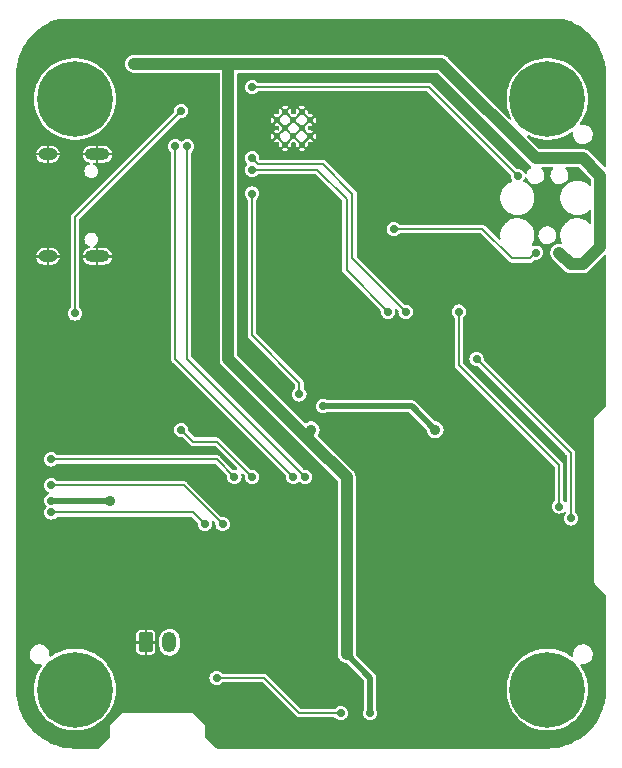
<source format=gbr>
G04 #@! TF.GenerationSoftware,KiCad,Pcbnew,7.0.8*
G04 #@! TF.CreationDate,2024-06-10T03:18:03-07:00*
G04 #@! TF.ProjectId,IotDisplay,496f7444-6973-4706-9c61-792e6b696361,rev?*
G04 #@! TF.SameCoordinates,Original*
G04 #@! TF.FileFunction,Copper,L2,Bot*
G04 #@! TF.FilePolarity,Positive*
%FSLAX46Y46*%
G04 Gerber Fmt 4.6, Leading zero omitted, Abs format (unit mm)*
G04 Created by KiCad (PCBNEW 7.0.8) date 2024-06-10 03:18:03*
%MOMM*%
%LPD*%
G01*
G04 APERTURE LIST*
G04 Aperture macros list*
%AMRoundRect*
0 Rectangle with rounded corners*
0 $1 Rounding radius*
0 $2 $3 $4 $5 $6 $7 $8 $9 X,Y pos of 4 corners*
0 Add a 4 corners polygon primitive as box body*
4,1,4,$2,$3,$4,$5,$6,$7,$8,$9,$2,$3,0*
0 Add four circle primitives for the rounded corners*
1,1,$1+$1,$2,$3*
1,1,$1+$1,$4,$5*
1,1,$1+$1,$6,$7*
1,1,$1+$1,$8,$9*
0 Add four rect primitives between the rounded corners*
20,1,$1+$1,$2,$3,$4,$5,0*
20,1,$1+$1,$4,$5,$6,$7,0*
20,1,$1+$1,$6,$7,$8,$9,0*
20,1,$1+$1,$8,$9,$2,$3,0*%
G04 Aperture macros list end*
G04 #@! TA.AperFunction,ComponentPad*
%ADD10RoundRect,0.250000X-0.350000X-0.625000X0.350000X-0.625000X0.350000X0.625000X-0.350000X0.625000X0*%
G04 #@! TD*
G04 #@! TA.AperFunction,ComponentPad*
%ADD11O,1.200000X1.750000*%
G04 #@! TD*
G04 #@! TA.AperFunction,HeatsinkPad*
%ADD12C,0.600000*%
G04 #@! TD*
G04 #@! TA.AperFunction,ComponentPad*
%ADD13O,1.600000X1.000000*%
G04 #@! TD*
G04 #@! TA.AperFunction,ComponentPad*
%ADD14O,2.100000X1.000000*%
G04 #@! TD*
G04 #@! TA.AperFunction,ComponentPad*
%ADD15C,0.800000*%
G04 #@! TD*
G04 #@! TA.AperFunction,ComponentPad*
%ADD16C,6.400000*%
G04 #@! TD*
G04 #@! TA.AperFunction,ViaPad*
%ADD17C,0.700000*%
G04 #@! TD*
G04 #@! TA.AperFunction,ViaPad*
%ADD18C,0.900000*%
G04 #@! TD*
G04 #@! TA.AperFunction,Conductor*
%ADD19C,0.500000*%
G04 #@! TD*
G04 #@! TA.AperFunction,Conductor*
%ADD20C,0.200000*%
G04 #@! TD*
G04 #@! TA.AperFunction,Conductor*
%ADD21C,1.000000*%
G04 #@! TD*
G04 APERTURE END LIST*
D10*
X86000000Y-146000000D03*
D11*
X88000000Y-146000000D03*
D12*
X99900000Y-103160000D03*
X99900000Y-101760000D03*
X99200000Y-103860000D03*
X99200000Y-102460000D03*
X99200000Y-101060000D03*
X98500000Y-103160000D03*
X98500000Y-101760000D03*
X97800000Y-103860000D03*
X97800000Y-102460000D03*
X97800000Y-101060000D03*
X97100000Y-103160000D03*
X97100000Y-101760000D03*
D13*
X77710000Y-113320000D03*
D14*
X81890000Y-113320000D03*
D13*
X77710000Y-104680000D03*
D14*
X81890000Y-104680000D03*
D15*
X77600000Y-150000000D03*
X78302944Y-148302944D03*
X78302944Y-151697056D03*
X80000000Y-147600000D03*
D16*
X80000000Y-150000000D03*
D15*
X80000000Y-152400000D03*
X81697056Y-148302944D03*
X81697056Y-151697056D03*
X82400000Y-150000000D03*
X77600000Y-100000000D03*
X78302944Y-98302944D03*
X78302944Y-101697056D03*
X80000000Y-97600000D03*
D16*
X80000000Y-100000000D03*
D15*
X80000000Y-102400000D03*
X81697056Y-98302944D03*
X81697056Y-101697056D03*
X82400000Y-100000000D03*
X117600000Y-100000000D03*
X118302944Y-98302944D03*
X118302944Y-101697056D03*
X120000000Y-97600000D03*
D16*
X120000000Y-100000000D03*
D15*
X120000000Y-102400000D03*
X121697056Y-98302944D03*
X121697056Y-101697056D03*
X122400000Y-100000000D03*
X117600000Y-150000000D03*
X118302944Y-148302944D03*
X118302944Y-151697056D03*
X120000000Y-147600000D03*
D16*
X120000000Y-150000000D03*
D15*
X120000000Y-152400000D03*
X121697056Y-148302944D03*
X121697056Y-151697056D03*
X122400000Y-150000000D03*
D17*
X95000000Y-108000000D03*
X99000000Y-125000000D03*
X95000000Y-132000000D03*
X89000000Y-128000000D03*
X78000000Y-130505000D03*
X78000000Y-132705000D03*
X78000000Y-135000000D03*
X91000000Y-136000000D03*
X92500000Y-136000000D03*
X93500000Y-132000000D03*
X101000000Y-126000000D03*
X121000000Y-134500000D03*
X122000000Y-135500000D03*
X114000000Y-122000000D03*
X112500000Y-118000000D03*
X78000000Y-134000000D03*
D18*
X83000000Y-134000000D03*
D17*
X91000000Y-132000000D03*
X91000000Y-140000000D03*
D18*
X100000000Y-128000000D03*
D17*
X94000000Y-125000000D03*
X92000000Y-149000000D03*
X105000000Y-152000000D03*
D18*
X107000000Y-147000000D03*
X103000000Y-147000000D03*
X93500000Y-151000000D03*
D17*
X102500000Y-152000000D03*
D18*
X99000000Y-150000000D03*
D17*
X78000000Y-131500000D03*
X120000000Y-121850000D03*
X85000000Y-136000000D03*
X122500000Y-106500000D03*
X85000000Y-103000000D03*
X116000000Y-153000000D03*
D18*
X112000000Y-141000000D03*
D17*
X107500000Y-149000000D03*
X98000000Y-125000000D03*
X113500000Y-139000000D03*
X97000000Y-136000000D03*
D18*
X107500000Y-139500000D03*
D17*
X120000000Y-136500000D03*
D18*
X113500000Y-136000000D03*
X105500000Y-128000000D03*
D17*
X97000000Y-132000000D03*
X89000000Y-132000000D03*
D18*
X92500000Y-94500000D03*
D17*
X85000000Y-132000000D03*
D18*
X85000000Y-99000000D03*
D17*
X89000000Y-136000000D03*
X96000000Y-123000000D03*
X80000000Y-121850000D03*
X101000000Y-132000000D03*
X119000000Y-95000000D03*
D18*
X113500000Y-130000000D03*
X85000000Y-109000000D03*
D17*
X96000000Y-127000000D03*
X120000000Y-131500000D03*
D18*
X85000000Y-95000000D03*
D17*
X77000000Y-127000000D03*
D18*
X107500000Y-94500000D03*
X110500000Y-128000000D03*
D17*
X121000000Y-113000000D03*
D18*
X85000000Y-97000000D03*
D17*
X95000000Y-99000000D03*
X117500000Y-106500000D03*
X99500000Y-132000000D03*
X89500000Y-104000000D03*
X89000000Y-101000000D03*
X80000000Y-118150000D03*
X119000000Y-113000000D03*
X107000000Y-111000000D03*
X88500000Y-104000000D03*
X98500000Y-132000000D03*
X95000000Y-105000000D03*
X108000000Y-118000000D03*
X106500000Y-118000000D03*
X95000000Y-106000000D03*
D19*
X108500000Y-126000000D02*
X110500000Y-128000000D01*
X101000000Y-126000000D02*
X108500000Y-126000000D01*
D20*
X112500000Y-122500000D02*
X112500000Y-118000000D01*
X121000000Y-131000000D02*
X112500000Y-122500000D01*
X121000000Y-134500000D02*
X121000000Y-131000000D01*
X95000000Y-120000000D02*
X95000000Y-108000000D01*
X99000000Y-124000000D02*
X95000000Y-120000000D01*
X99000000Y-125000000D02*
X99000000Y-124000000D01*
X92005000Y-130505000D02*
X93500000Y-132000000D01*
X78000000Y-130505000D02*
X92005000Y-130505000D01*
X89205000Y-132705000D02*
X92500000Y-136000000D01*
X78000000Y-132705000D02*
X89205000Y-132705000D01*
X78000000Y-135000000D02*
X90000000Y-135000000D01*
X90000000Y-135000000D02*
X91000000Y-136000000D01*
X90000000Y-129000000D02*
X92000000Y-129000000D01*
X92000000Y-129000000D02*
X95000000Y-132000000D01*
X89000000Y-128000000D02*
X90000000Y-129000000D01*
X122000000Y-130000000D02*
X114000000Y-122000000D01*
X122000000Y-135500000D02*
X122000000Y-130000000D01*
D19*
X100000000Y-128000000D02*
X100000000Y-129000000D01*
D21*
X93000000Y-97000000D02*
X95000000Y-97000000D01*
X100000000Y-129000000D02*
X93000000Y-122000000D01*
X93000000Y-122000000D02*
X93000000Y-97000000D01*
X100000000Y-129000000D02*
X103000000Y-132000000D01*
X103000000Y-132000000D02*
X103000000Y-147000000D01*
D19*
X83000000Y-134000000D02*
X78000000Y-134000000D01*
D20*
X89500000Y-122000000D02*
X89500000Y-104000000D01*
X99500000Y-132000000D02*
X89500000Y-122000000D01*
X88500000Y-122000000D02*
X88500000Y-104000000D01*
X98500000Y-132000000D02*
X88500000Y-122000000D01*
X99000000Y-152000000D02*
X102500000Y-152000000D01*
X96000000Y-149000000D02*
X99000000Y-152000000D01*
X92000000Y-149000000D02*
X96000000Y-149000000D01*
D21*
X122000000Y-114000000D02*
X121000000Y-113000000D01*
X124481450Y-106481450D02*
X124481450Y-112518550D01*
X123000000Y-105000000D02*
X124481450Y-106481450D01*
X119000000Y-105000000D02*
X123000000Y-105000000D01*
X94000000Y-97000000D02*
X111000000Y-97000000D01*
X94000000Y-97000000D02*
X85000000Y-97000000D01*
D19*
X105000000Y-149000000D02*
X105000000Y-152000000D01*
D21*
X124481450Y-112518550D02*
X123000000Y-114000000D01*
X111000000Y-97000000D02*
X119000000Y-105000000D01*
D19*
X103000000Y-147000000D02*
X105000000Y-149000000D01*
D21*
X123000000Y-114000000D02*
X122000000Y-114000000D01*
D20*
X95000000Y-99000000D02*
X110000000Y-99000000D01*
X110000000Y-99000000D02*
X117500000Y-106500000D01*
X89000000Y-101000000D02*
X80000000Y-110000000D01*
X80000000Y-110000000D02*
X80000000Y-118150000D01*
X117000000Y-113500000D02*
X118500000Y-113500000D01*
X118500000Y-113500000D02*
X119000000Y-113000000D01*
X107000000Y-111000000D02*
X114500000Y-111000000D01*
X114500000Y-111000000D02*
X117000000Y-113500000D01*
X108000000Y-118000000D02*
X103500000Y-113500000D01*
X95500000Y-105500000D02*
X95000000Y-105000000D01*
X101000000Y-105500000D02*
X95500000Y-105500000D01*
X103500000Y-113500000D02*
X103500000Y-108000000D01*
X103500000Y-108000000D02*
X101000000Y-105500000D01*
X103000000Y-114500000D02*
X106500000Y-118000000D01*
X100500000Y-106000000D02*
X103000000Y-108500000D01*
X95000000Y-106000000D02*
X100500000Y-106000000D01*
X103000000Y-108500000D02*
X103000000Y-114500000D01*
G04 #@! TA.AperFunction,Conductor*
G36*
X97488872Y-103407452D02*
G01*
X97550578Y-103469157D01*
X97791422Y-103710000D01*
X97780254Y-103710000D01*
X97722355Y-103725514D01*
X97665514Y-103782354D01*
X97647640Y-103849061D01*
X97108579Y-103310000D01*
X97119746Y-103310000D01*
X97177645Y-103294486D01*
X97234486Y-103237646D01*
X97252359Y-103170938D01*
X97488872Y-103407452D01*
G37*
G04 #@! TD.AperFunction*
G04 #@! TA.AperFunction,Conductor*
G36*
X98888872Y-103407452D02*
G01*
X98950578Y-103469157D01*
X99191422Y-103710000D01*
X99180254Y-103710000D01*
X99122355Y-103725514D01*
X99065514Y-103782354D01*
X99047640Y-103849061D01*
X98508579Y-103310000D01*
X98519746Y-103310000D01*
X98577645Y-103294486D01*
X98634486Y-103237646D01*
X98652359Y-103170938D01*
X98888872Y-103407452D01*
G37*
G04 #@! TD.AperFunction*
G04 #@! TA.AperFunction,Conductor*
G36*
X98365514Y-103237645D02*
G01*
X98422355Y-103294486D01*
X98480254Y-103310000D01*
X98491421Y-103310000D01*
X98190801Y-103610617D01*
X98190796Y-103610624D01*
X98188882Y-103612539D01*
X97952359Y-103849060D01*
X97934486Y-103782355D01*
X97877645Y-103725514D01*
X97819746Y-103710000D01*
X97808578Y-103710000D01*
X98094308Y-103424269D01*
X98111127Y-103407451D01*
X98347639Y-103170937D01*
X98365514Y-103237645D01*
G37*
G04 #@! TD.AperFunction*
G04 #@! TA.AperFunction,Conductor*
G36*
X99765514Y-103237645D02*
G01*
X99822355Y-103294486D01*
X99880254Y-103310000D01*
X99891421Y-103310000D01*
X99590801Y-103610617D01*
X99590796Y-103610624D01*
X99588882Y-103612539D01*
X99352359Y-103849060D01*
X99334486Y-103782355D01*
X99277645Y-103725514D01*
X99219746Y-103710000D01*
X99208578Y-103710000D01*
X99494308Y-103424269D01*
X99511127Y-103407451D01*
X99747639Y-103170937D01*
X99765514Y-103237645D01*
G37*
G04 #@! TD.AperFunction*
G04 #@! TA.AperFunction,Conductor*
G36*
X97665514Y-102537645D02*
G01*
X97722355Y-102594486D01*
X97780254Y-102610000D01*
X97791421Y-102610000D01*
X97490801Y-102910617D01*
X97490796Y-102910624D01*
X97488882Y-102912539D01*
X97252359Y-103149061D01*
X97234486Y-103082355D01*
X97177645Y-103025514D01*
X97119746Y-103010000D01*
X97108578Y-103010000D01*
X97382693Y-102735884D01*
X97411128Y-102707451D01*
X97647639Y-102470937D01*
X97665514Y-102537645D01*
G37*
G04 #@! TD.AperFunction*
G04 #@! TA.AperFunction,Conductor*
G36*
X98188872Y-102707452D02*
G01*
X98250578Y-102769157D01*
X98491422Y-103010000D01*
X98480254Y-103010000D01*
X98422355Y-103025514D01*
X98365514Y-103082354D01*
X98347640Y-103149061D01*
X97808579Y-102610000D01*
X97819746Y-102610000D01*
X97877645Y-102594486D01*
X97934486Y-102537646D01*
X97952359Y-102470938D01*
X98188872Y-102707452D01*
G37*
G04 #@! TD.AperFunction*
G04 #@! TA.AperFunction,Conductor*
G36*
X99065514Y-102537645D02*
G01*
X99122355Y-102594486D01*
X99180254Y-102610000D01*
X99191421Y-102610000D01*
X98890801Y-102910617D01*
X98890796Y-102910624D01*
X98888882Y-102912539D01*
X98652359Y-103149061D01*
X98634486Y-103082355D01*
X98577645Y-103025514D01*
X98519746Y-103010000D01*
X98508578Y-103010000D01*
X98782693Y-102735884D01*
X98811128Y-102707451D01*
X99047639Y-102470937D01*
X99065514Y-102537645D01*
G37*
G04 #@! TD.AperFunction*
G04 #@! TA.AperFunction,Conductor*
G36*
X99588872Y-102707452D02*
G01*
X99650578Y-102769157D01*
X99891422Y-103010000D01*
X99880254Y-103010000D01*
X99822355Y-103025514D01*
X99765514Y-103082354D01*
X99747640Y-103149061D01*
X99208579Y-102610000D01*
X99219746Y-102610000D01*
X99277645Y-102594486D01*
X99334486Y-102537646D01*
X99352359Y-102470938D01*
X99588872Y-102707452D01*
G37*
G04 #@! TD.AperFunction*
G04 #@! TA.AperFunction,Conductor*
G36*
X97488872Y-102007452D02*
G01*
X97550578Y-102069157D01*
X97791422Y-102310000D01*
X97780254Y-102310000D01*
X97722355Y-102325514D01*
X97665514Y-102382354D01*
X97647640Y-102449061D01*
X97108579Y-101910000D01*
X97119746Y-101910000D01*
X97177645Y-101894486D01*
X97234486Y-101837646D01*
X97252359Y-101770938D01*
X97488872Y-102007452D01*
G37*
G04 #@! TD.AperFunction*
G04 #@! TA.AperFunction,Conductor*
G36*
X98365514Y-101837645D02*
G01*
X98422355Y-101894486D01*
X98480254Y-101910000D01*
X98491421Y-101910000D01*
X98190801Y-102210617D01*
X98190796Y-102210624D01*
X98188882Y-102212539D01*
X97952359Y-102449061D01*
X97934486Y-102382355D01*
X97877645Y-102325514D01*
X97819746Y-102310000D01*
X97808578Y-102310000D01*
X98082693Y-102035884D01*
X98111128Y-102007451D01*
X98347639Y-101770937D01*
X98365514Y-101837645D01*
G37*
G04 #@! TD.AperFunction*
G04 #@! TA.AperFunction,Conductor*
G36*
X98888872Y-102007452D02*
G01*
X98950578Y-102069157D01*
X99191422Y-102310000D01*
X99180254Y-102310000D01*
X99122355Y-102325514D01*
X99065514Y-102382354D01*
X99047640Y-102449061D01*
X98508579Y-101910000D01*
X98519746Y-101910000D01*
X98577645Y-101894486D01*
X98634486Y-101837646D01*
X98652359Y-101770938D01*
X98888872Y-102007452D01*
G37*
G04 #@! TD.AperFunction*
G04 #@! TA.AperFunction,Conductor*
G36*
X99765514Y-101837645D02*
G01*
X99822355Y-101894486D01*
X99880254Y-101910000D01*
X99891421Y-101910000D01*
X99590801Y-102210617D01*
X99590796Y-102210624D01*
X99588882Y-102212539D01*
X99352359Y-102449061D01*
X99334486Y-102382355D01*
X99277645Y-102325514D01*
X99219746Y-102310000D01*
X99208578Y-102310000D01*
X99482693Y-102035884D01*
X99511128Y-102007451D01*
X99747639Y-101770937D01*
X99765514Y-101837645D01*
G37*
G04 #@! TD.AperFunction*
G04 #@! TA.AperFunction,Conductor*
G36*
X97665514Y-101137645D02*
G01*
X97722355Y-101194486D01*
X97780254Y-101210000D01*
X97791421Y-101210000D01*
X97490801Y-101510617D01*
X97490796Y-101510624D01*
X97488882Y-101512539D01*
X97252359Y-101749061D01*
X97234486Y-101682355D01*
X97177645Y-101625514D01*
X97119746Y-101610000D01*
X97108578Y-101610000D01*
X97382693Y-101335884D01*
X97411128Y-101307451D01*
X97647639Y-101070938D01*
X97665514Y-101137645D01*
G37*
G04 #@! TD.AperFunction*
G04 #@! TA.AperFunction,Conductor*
G36*
X98188872Y-101307452D02*
G01*
X98250578Y-101369157D01*
X98491422Y-101610000D01*
X98480254Y-101610000D01*
X98422355Y-101625514D01*
X98365514Y-101682354D01*
X98347640Y-101749061D01*
X97808579Y-101210000D01*
X97819746Y-101210000D01*
X97877645Y-101194486D01*
X97934486Y-101137646D01*
X97952359Y-101070938D01*
X98188872Y-101307452D01*
G37*
G04 #@! TD.AperFunction*
G04 #@! TA.AperFunction,Conductor*
G36*
X99065514Y-101137645D02*
G01*
X99122355Y-101194486D01*
X99180254Y-101210000D01*
X99191421Y-101210000D01*
X98890801Y-101510617D01*
X98890796Y-101510624D01*
X98888882Y-101512539D01*
X98652359Y-101749061D01*
X98634486Y-101682355D01*
X98577645Y-101625514D01*
X98519746Y-101610000D01*
X98508578Y-101610000D01*
X98782693Y-101335884D01*
X98811128Y-101307451D01*
X99047639Y-101070938D01*
X99065514Y-101137645D01*
G37*
G04 #@! TD.AperFunction*
G04 #@! TA.AperFunction,Conductor*
G36*
X99588872Y-101307452D02*
G01*
X99650578Y-101369157D01*
X99891422Y-101610000D01*
X99880254Y-101610000D01*
X99822355Y-101625514D01*
X99765514Y-101682354D01*
X99747640Y-101749061D01*
X99208579Y-101210000D01*
X99219746Y-101210000D01*
X99277645Y-101194486D01*
X99334486Y-101137646D01*
X99352359Y-101070938D01*
X99588872Y-101307452D01*
G37*
G04 #@! TD.AperFunction*
G04 #@! TA.AperFunction,Conductor*
G36*
X121530306Y-93254115D02*
G01*
X121590236Y-93271957D01*
X121618116Y-93280258D01*
X121621987Y-93281587D01*
X121850923Y-93370917D01*
X122002367Y-93430011D01*
X122006102Y-93431650D01*
X122372901Y-93610967D01*
X122376495Y-93612911D01*
X122727243Y-93821912D01*
X122730661Y-93824146D01*
X123062948Y-94061394D01*
X123066178Y-94063908D01*
X123377727Y-94327777D01*
X123380739Y-94330549D01*
X123669450Y-94619260D01*
X123672222Y-94622272D01*
X123936091Y-94933821D01*
X123938605Y-94937051D01*
X124175853Y-95269338D01*
X124178092Y-95272764D01*
X124387084Y-95623498D01*
X124389032Y-95627098D01*
X124568349Y-95993897D01*
X124569994Y-95997645D01*
X124718412Y-96378012D01*
X124719741Y-96381883D01*
X124836237Y-96773182D01*
X124837242Y-96777150D01*
X124921029Y-97176748D01*
X124921703Y-97180785D01*
X124972205Y-97585944D01*
X124972542Y-97590020D01*
X124985627Y-97906355D01*
X124989500Y-97999999D01*
X124989500Y-105683467D01*
X124970593Y-105741658D01*
X124921093Y-105777622D01*
X124859907Y-105777622D01*
X124820496Y-105753471D01*
X123577470Y-104510446D01*
X123568070Y-104499568D01*
X123552539Y-104478706D01*
X123552537Y-104478704D01*
X123552535Y-104478702D01*
X123511881Y-104444590D01*
X123508695Y-104441671D01*
X123502434Y-104435410D01*
X123476584Y-104414972D01*
X123417425Y-104365331D01*
X123417426Y-104365331D01*
X123416529Y-104364881D01*
X123399569Y-104354076D01*
X123398792Y-104353462D01*
X123398791Y-104353461D01*
X123328808Y-104320827D01*
X123259811Y-104286176D01*
X123259807Y-104286175D01*
X123259802Y-104286173D01*
X123258839Y-104285945D01*
X123239847Y-104279343D01*
X123238944Y-104278922D01*
X123238940Y-104278921D01*
X123163310Y-104263304D01*
X123088188Y-104245500D01*
X123087199Y-104245500D01*
X123067178Y-104243454D01*
X123066206Y-104243253D01*
X122989018Y-104245500D01*
X119353532Y-104245500D01*
X119295341Y-104226593D01*
X119283528Y-104216504D01*
X118296815Y-103229791D01*
X118269038Y-103175274D01*
X118278609Y-103114842D01*
X118321874Y-103071577D01*
X118382306Y-103062006D01*
X118408386Y-103069936D01*
X118719480Y-103213864D01*
X119074466Y-103333473D01*
X119074471Y-103333474D01*
X119074474Y-103333475D01*
X119440298Y-103413998D01*
X119440299Y-103413998D01*
X119440303Y-103413999D01*
X119812702Y-103454500D01*
X120187298Y-103454500D01*
X120559697Y-103413999D01*
X120573050Y-103411060D01*
X120790872Y-103363114D01*
X120925525Y-103333475D01*
X120925526Y-103333475D01*
X120925528Y-103333474D01*
X120925534Y-103333473D01*
X121280520Y-103213864D01*
X121620494Y-103056575D01*
X121941468Y-102863451D01*
X122017069Y-102805980D01*
X122074832Y-102785818D01*
X122133419Y-102803460D01*
X122170447Y-102852169D01*
X122174674Y-102900810D01*
X122165901Y-102954326D01*
X122165828Y-102954773D01*
X122172745Y-103082355D01*
X122175608Y-103135149D01*
X122175609Y-103135157D01*
X122223935Y-103309208D01*
X122223938Y-103309217D01*
X122308547Y-103468808D01*
X122308550Y-103468812D01*
X122308551Y-103468814D01*
X122425498Y-103606494D01*
X122425499Y-103606495D01*
X122425501Y-103606497D01*
X122499875Y-103663034D01*
X122569308Y-103715816D01*
X122733256Y-103791667D01*
X122909678Y-103830500D01*
X122909682Y-103830500D01*
X123045028Y-103830500D01*
X123179586Y-103815866D01*
X123350774Y-103758186D01*
X123505561Y-103665054D01*
X123636708Y-103540825D01*
X123738083Y-103391307D01*
X123804947Y-103223492D01*
X123834172Y-103045227D01*
X123824392Y-102864848D01*
X123776064Y-102690788D01*
X123761392Y-102663114D01*
X123691452Y-102531191D01*
X123691450Y-102531189D01*
X123691449Y-102531186D01*
X123574502Y-102393506D01*
X123574500Y-102393504D01*
X123574498Y-102393502D01*
X123430693Y-102284185D01*
X123430692Y-102284184D01*
X123357448Y-102250297D01*
X123266747Y-102208334D01*
X123266745Y-102208333D01*
X123231459Y-102200566D01*
X123090322Y-102169500D01*
X122954972Y-102169500D01*
X122954971Y-102169500D01*
X122895360Y-102175983D01*
X122835466Y-102163478D01*
X122794361Y-102118156D01*
X122787746Y-102057329D01*
X122802713Y-102022009D01*
X122964361Y-101783597D01*
X123139824Y-101452637D01*
X123278476Y-101104647D01*
X123290873Y-101059999D01*
X123330386Y-100917685D01*
X123378691Y-100743706D01*
X123439294Y-100374046D01*
X123459574Y-100000000D01*
X123439294Y-99625954D01*
X123378691Y-99256294D01*
X123278476Y-98895353D01*
X123139824Y-98547363D01*
X122964361Y-98216403D01*
X122754143Y-97906355D01*
X122734140Y-97882805D01*
X122511639Y-97620857D01*
X122511629Y-97620847D01*
X122239684Y-97363246D01*
X121941472Y-97136552D01*
X121941471Y-97136551D01*
X121941468Y-97136549D01*
X121620494Y-96943425D01*
X121457654Y-96868087D01*
X121280525Y-96786138D01*
X121280522Y-96786137D01*
X121280520Y-96786136D01*
X120925534Y-96666527D01*
X120925533Y-96666526D01*
X120925525Y-96666524D01*
X120559701Y-96586001D01*
X120559702Y-96586001D01*
X120187298Y-96545500D01*
X119812702Y-96545500D01*
X119440297Y-96586001D01*
X119074475Y-96666524D01*
X119074473Y-96666524D01*
X118719474Y-96786138D01*
X118379514Y-96943421D01*
X118379508Y-96943424D01*
X118379506Y-96943425D01*
X118058532Y-97136549D01*
X118058527Y-97136552D01*
X117760315Y-97363246D01*
X117488370Y-97620847D01*
X117488360Y-97620857D01*
X117245862Y-97906348D01*
X117245855Y-97906358D01*
X117035636Y-98216407D01*
X116860178Y-98547358D01*
X116860176Y-98547362D01*
X116860176Y-98547363D01*
X116742705Y-98842194D01*
X116721521Y-98895361D01*
X116721519Y-98895366D01*
X116621310Y-99256287D01*
X116560705Y-99625955D01*
X116540426Y-100000000D01*
X116560705Y-100374044D01*
X116621310Y-100743712D01*
X116721519Y-101104633D01*
X116721521Y-101104638D01*
X116721522Y-101104642D01*
X116721524Y-101104647D01*
X116851609Y-101431135D01*
X116860178Y-101452641D01*
X116935402Y-101594530D01*
X116945954Y-101654799D01*
X116919065Y-101709759D01*
X116865007Y-101738419D01*
X116804428Y-101729830D01*
X116777930Y-101710906D01*
X111577470Y-96510446D01*
X111568070Y-96499568D01*
X111552539Y-96478706D01*
X111552537Y-96478704D01*
X111552535Y-96478702D01*
X111511881Y-96444590D01*
X111508695Y-96441671D01*
X111502434Y-96435410D01*
X111476584Y-96414972D01*
X111417425Y-96365331D01*
X111417426Y-96365331D01*
X111416529Y-96364881D01*
X111399569Y-96354076D01*
X111398792Y-96353462D01*
X111398791Y-96353461D01*
X111328808Y-96320827D01*
X111259811Y-96286176D01*
X111259807Y-96286175D01*
X111259802Y-96286173D01*
X111258839Y-96285945D01*
X111239847Y-96279343D01*
X111238944Y-96278922D01*
X111238940Y-96278921D01*
X111163310Y-96263304D01*
X111088188Y-96245500D01*
X111087199Y-96245500D01*
X111067178Y-96243454D01*
X111066206Y-96243253D01*
X110989018Y-96245500D01*
X93023379Y-96245500D01*
X93020508Y-96245416D01*
X93007407Y-96244653D01*
X92955833Y-96241648D01*
X92942521Y-96243996D01*
X92925330Y-96245500D01*
X84956059Y-96245500D01*
X84877313Y-96254704D01*
X84824814Y-96260840D01*
X84659073Y-96321165D01*
X84511720Y-96418080D01*
X84511714Y-96418085D01*
X84390679Y-96546375D01*
X84390678Y-96546375D01*
X84302490Y-96699123D01*
X84251905Y-96868087D01*
X84251904Y-96868095D01*
X84241648Y-97044165D01*
X84272275Y-97217862D01*
X84342135Y-97379816D01*
X84342136Y-97379818D01*
X84447460Y-97521293D01*
X84447462Y-97521295D01*
X84582570Y-97634665D01*
X84582571Y-97634665D01*
X84582573Y-97634667D01*
X84740189Y-97713824D01*
X84740191Y-97713824D01*
X84740195Y-97713826D01*
X84911810Y-97754500D01*
X84911812Y-97754500D01*
X92146500Y-97754500D01*
X92204691Y-97773407D01*
X92240655Y-97822907D01*
X92245500Y-97853500D01*
X92245500Y-121937821D01*
X92244454Y-121952168D01*
X92242835Y-121963232D01*
X92240685Y-121977908D01*
X92240685Y-121977909D01*
X92241828Y-121990976D01*
X92245312Y-122030802D01*
X92245500Y-122035101D01*
X92245500Y-122043940D01*
X92249325Y-122076675D01*
X92256055Y-122153604D01*
X92256057Y-122153614D01*
X92256372Y-122154563D01*
X92260723Y-122174190D01*
X92260838Y-122175178D01*
X92260839Y-122175183D01*
X92287247Y-122247739D01*
X92311536Y-122321036D01*
X92312053Y-122321874D01*
X92320825Y-122339993D01*
X92321164Y-122340924D01*
X92363599Y-122405444D01*
X92404130Y-122471154D01*
X92404836Y-122471860D01*
X92417535Y-122487449D01*
X92418085Y-122488285D01*
X92461640Y-122529377D01*
X92474247Y-122541271D01*
X102216504Y-132283528D01*
X102244281Y-132338045D01*
X102245500Y-132353532D01*
X102245500Y-147043941D01*
X102253055Y-147108578D01*
X102260840Y-147175185D01*
X102295360Y-147270029D01*
X102309620Y-147309208D01*
X102321165Y-147340926D01*
X102418080Y-147488279D01*
X102418085Y-147488285D01*
X102543379Y-147606494D01*
X102546375Y-147609320D01*
X102546375Y-147609321D01*
X102546377Y-147609322D01*
X102699124Y-147697510D01*
X102830929Y-147736969D01*
X102868087Y-147748094D01*
X102868088Y-147748094D01*
X102868091Y-147748095D01*
X103007316Y-147756204D01*
X103064306Y-147778462D01*
X103071561Y-147785032D01*
X104466504Y-149179975D01*
X104494281Y-149234492D01*
X104495500Y-149249979D01*
X104495500Y-151630871D01*
X104476593Y-151689062D01*
X104475044Y-151691135D01*
X104471972Y-151695137D01*
X104471968Y-151695145D01*
X104411060Y-151842193D01*
X104411059Y-151842194D01*
X104390284Y-151999999D01*
X104390284Y-152000000D01*
X104411059Y-152157805D01*
X104411060Y-152157806D01*
X104463433Y-152284249D01*
X104471970Y-152304858D01*
X104568866Y-152431134D01*
X104695142Y-152528030D01*
X104842194Y-152588940D01*
X105000000Y-152609716D01*
X105157806Y-152588940D01*
X105304858Y-152528030D01*
X105431134Y-152431134D01*
X105528030Y-152304858D01*
X105588940Y-152157806D01*
X105609716Y-152000000D01*
X105608219Y-151988633D01*
X105588940Y-151842194D01*
X105528030Y-151695142D01*
X105528028Y-151695140D01*
X105528027Y-151695137D01*
X105524956Y-151691135D01*
X105504534Y-151633459D01*
X105504500Y-151630871D01*
X105504500Y-150000000D01*
X116540426Y-150000000D01*
X116560705Y-150374044D01*
X116621310Y-150743712D01*
X116721519Y-151104633D01*
X116721521Y-151104638D01*
X116721522Y-151104642D01*
X116721524Y-151104647D01*
X116860176Y-151452637D01*
X116860178Y-151452641D01*
X116988740Y-151695137D01*
X117035639Y-151783597D01*
X117245857Y-152093645D01*
X117245861Y-152093650D01*
X117245862Y-152093651D01*
X117488360Y-152379142D01*
X117488370Y-152379152D01*
X117760315Y-152636753D01*
X117760319Y-152636756D01*
X118058532Y-152863451D01*
X118379506Y-153056575D01*
X118719480Y-153213864D01*
X119074466Y-153333473D01*
X119074471Y-153333474D01*
X119074474Y-153333475D01*
X119440298Y-153413998D01*
X119440299Y-153413998D01*
X119440303Y-153413999D01*
X119812702Y-153454500D01*
X120187298Y-153454500D01*
X120559697Y-153413999D01*
X120925525Y-153333475D01*
X120925526Y-153333475D01*
X120925528Y-153333474D01*
X120925534Y-153333473D01*
X121280520Y-153213864D01*
X121620494Y-153056575D01*
X121941468Y-152863451D01*
X122239681Y-152636756D01*
X122511635Y-152379147D01*
X122754143Y-152093645D01*
X122964361Y-151783597D01*
X123139824Y-151452637D01*
X123278476Y-151104647D01*
X123378691Y-150743706D01*
X123439294Y-150374046D01*
X123459574Y-150000000D01*
X123439294Y-149625954D01*
X123378691Y-149256294D01*
X123317627Y-149036362D01*
X123278480Y-148895366D01*
X123278478Y-148895361D01*
X123278476Y-148895353D01*
X123139824Y-148547363D01*
X122964361Y-148216403D01*
X122805842Y-147982605D01*
X122788836Y-147923833D01*
X122809624Y-147866288D01*
X122860267Y-147831951D01*
X122904279Y-147830521D01*
X122904345Y-147829920D01*
X122908589Y-147830381D01*
X122909069Y-147830366D01*
X122909678Y-147830500D01*
X122909682Y-147830500D01*
X123045028Y-147830500D01*
X123179586Y-147815866D01*
X123350774Y-147758186D01*
X123505561Y-147665054D01*
X123636708Y-147540825D01*
X123738083Y-147391307D01*
X123804947Y-147223492D01*
X123834172Y-147045227D01*
X123824392Y-146864848D01*
X123776064Y-146690788D01*
X123776061Y-146690782D01*
X123691452Y-146531191D01*
X123691450Y-146531189D01*
X123691449Y-146531186D01*
X123574502Y-146393506D01*
X123574500Y-146393504D01*
X123574498Y-146393502D01*
X123430693Y-146284185D01*
X123430692Y-146284184D01*
X123339116Y-146241816D01*
X123266747Y-146208334D01*
X123266745Y-146208333D01*
X123231459Y-146200566D01*
X123090322Y-146169500D01*
X122954972Y-146169500D01*
X122820411Y-146184134D01*
X122649228Y-146241813D01*
X122649222Y-146241816D01*
X122494442Y-146334943D01*
X122363291Y-146459175D01*
X122261918Y-146608689D01*
X122229207Y-146690788D01*
X122218310Y-146718139D01*
X122195053Y-146776509D01*
X122165828Y-146954772D01*
X122174167Y-147108578D01*
X122158437Y-147167707D01*
X122110957Y-147206297D01*
X122049861Y-147209610D01*
X122015401Y-147192751D01*
X121941468Y-147136549D01*
X121941467Y-147136548D01*
X121941464Y-147136546D01*
X121789690Y-147045227D01*
X121620494Y-146943425D01*
X121300049Y-146795171D01*
X121280525Y-146786138D01*
X121280522Y-146786137D01*
X121280520Y-146786136D01*
X120925534Y-146666527D01*
X120925533Y-146666526D01*
X120925525Y-146666524D01*
X120559701Y-146586001D01*
X120559702Y-146586001D01*
X120187298Y-146545500D01*
X119812702Y-146545500D01*
X119440297Y-146586001D01*
X119074475Y-146666524D01*
X119074473Y-146666524D01*
X118719474Y-146786138D01*
X118379514Y-146943421D01*
X118379508Y-146943424D01*
X118379506Y-146943425D01*
X118163337Y-147073490D01*
X118058532Y-147136549D01*
X118058527Y-147136552D01*
X117760315Y-147363246D01*
X117488370Y-147620847D01*
X117488360Y-147620857D01*
X117245862Y-147906348D01*
X117245855Y-147906358D01*
X117035636Y-148216407D01*
X116860178Y-148547358D01*
X116860176Y-148547362D01*
X116860176Y-148547363D01*
X116742705Y-148842194D01*
X116721521Y-148895361D01*
X116721519Y-148895366D01*
X116621310Y-149256287D01*
X116560705Y-149625955D01*
X116540426Y-150000000D01*
X105504500Y-150000000D01*
X105504500Y-149064880D01*
X105506764Y-149043831D01*
X105508389Y-149036362D01*
X105508389Y-149036360D01*
X105504626Y-148983743D01*
X105504500Y-148980211D01*
X105504500Y-148963916D01*
X105504130Y-148961345D01*
X105502178Y-148947772D01*
X105501803Y-148944277D01*
X105498040Y-148891659D01*
X105498040Y-148891658D01*
X105495364Y-148884486D01*
X105490130Y-148863976D01*
X105489042Y-148856404D01*
X105479528Y-148835571D01*
X105467128Y-148808417D01*
X105465775Y-148805152D01*
X105447344Y-148755734D01*
X105442755Y-148749604D01*
X105431956Y-148731404D01*
X105428777Y-148724442D01*
X105394209Y-148684549D01*
X105392024Y-148681835D01*
X105382250Y-148668779D01*
X105382247Y-148668776D01*
X105370716Y-148657244D01*
X105368317Y-148654668D01*
X105333775Y-148614804D01*
X105327335Y-148610665D01*
X105310858Y-148597387D01*
X103783496Y-147070025D01*
X103755719Y-147015508D01*
X103754500Y-147000021D01*
X103754500Y-132062178D01*
X103755545Y-132047831D01*
X103759315Y-132022094D01*
X103754687Y-131969197D01*
X103754500Y-131964897D01*
X103754500Y-131956061D01*
X103754099Y-131952634D01*
X103750674Y-131923325D01*
X103749004Y-131904231D01*
X103743944Y-131846392D01*
X103743633Y-131845454D01*
X103739272Y-131825778D01*
X103739160Y-131824816D01*
X103712749Y-131752254D01*
X103688464Y-131678965D01*
X103687946Y-131678126D01*
X103679172Y-131660000D01*
X103678836Y-131659076D01*
X103636405Y-131594563D01*
X103595872Y-131528847D01*
X103595867Y-131528841D01*
X103595160Y-131528134D01*
X103582457Y-131512538D01*
X103581918Y-131511718D01*
X103581916Y-131511716D01*
X103581915Y-131511715D01*
X103525770Y-131458745D01*
X100592162Y-128525138D01*
X100564386Y-128470622D01*
X100573957Y-128410190D01*
X100580685Y-128398906D01*
X100628385Y-128329802D01*
X100689052Y-128169836D01*
X100709674Y-128000000D01*
X100689052Y-127830164D01*
X100628385Y-127670198D01*
X100531199Y-127529399D01*
X100403141Y-127415950D01*
X100251654Y-127336443D01*
X100251653Y-127336442D01*
X100251652Y-127336442D01*
X100085544Y-127295500D01*
X100085542Y-127295500D01*
X99914458Y-127295500D01*
X99914455Y-127295500D01*
X99748347Y-127336442D01*
X99649511Y-127388315D01*
X99602936Y-127412761D01*
X99591557Y-127418733D01*
X99590921Y-127417521D01*
X99538728Y-127433083D01*
X99481016Y-127412761D01*
X99471140Y-127404116D01*
X98067024Y-126000000D01*
X100390284Y-126000000D01*
X100411059Y-126157805D01*
X100411060Y-126157806D01*
X100471970Y-126304858D01*
X100568866Y-126431134D01*
X100695142Y-126528030D01*
X100842194Y-126588940D01*
X101000000Y-126609716D01*
X101157806Y-126588940D01*
X101304858Y-126528030D01*
X101308860Y-126524958D01*
X101366535Y-126504534D01*
X101369128Y-126504500D01*
X108250021Y-126504500D01*
X108308212Y-126523407D01*
X108320025Y-126533496D01*
X109766694Y-127980165D01*
X109794471Y-128034682D01*
X109794968Y-128038235D01*
X109810948Y-128169836D01*
X109862155Y-128304858D01*
X109871615Y-128329802D01*
X109968799Y-128470599D01*
X109968800Y-128470600D01*
X109968801Y-128470601D01*
X110096859Y-128584050D01*
X110248346Y-128663557D01*
X110414458Y-128704500D01*
X110414461Y-128704500D01*
X110585539Y-128704500D01*
X110585542Y-128704500D01*
X110751654Y-128663557D01*
X110903141Y-128584050D01*
X111031199Y-128470601D01*
X111128385Y-128329802D01*
X111189052Y-128169836D01*
X111209674Y-128000000D01*
X111189052Y-127830164D01*
X111128385Y-127670198D01*
X111031199Y-127529399D01*
X110903141Y-127415950D01*
X110751654Y-127336443D01*
X110751653Y-127336442D01*
X110751652Y-127336442D01*
X110585544Y-127295500D01*
X110585542Y-127295500D01*
X110549979Y-127295500D01*
X110491788Y-127276593D01*
X110479975Y-127266504D01*
X108902611Y-125689140D01*
X108889332Y-125672661D01*
X108885196Y-125666225D01*
X108845331Y-125631682D01*
X108842754Y-125629282D01*
X108831226Y-125617754D01*
X108831221Y-125617750D01*
X108818163Y-125607975D01*
X108815420Y-125605764D01*
X108775558Y-125571223D01*
X108775556Y-125571222D01*
X108775557Y-125571222D01*
X108768593Y-125568042D01*
X108750400Y-125557248D01*
X108744267Y-125552657D01*
X108744266Y-125552656D01*
X108744264Y-125552655D01*
X108694836Y-125534219D01*
X108691571Y-125532867D01*
X108680981Y-125528031D01*
X108643596Y-125510958D01*
X108643590Y-125510956D01*
X108636020Y-125509868D01*
X108615516Y-125504635D01*
X108608342Y-125501960D01*
X108608338Y-125501959D01*
X108608335Y-125501959D01*
X108555721Y-125498195D01*
X108552212Y-125497817D01*
X108536091Y-125495500D01*
X108536083Y-125495500D01*
X108519788Y-125495500D01*
X108516255Y-125495374D01*
X108463640Y-125491611D01*
X108463639Y-125491611D01*
X108456160Y-125493238D01*
X108435117Y-125495500D01*
X101369128Y-125495500D01*
X101310937Y-125476593D01*
X101308860Y-125475041D01*
X101304859Y-125471971D01*
X101304860Y-125471971D01*
X101304858Y-125471970D01*
X101304855Y-125471969D01*
X101304854Y-125471968D01*
X101157806Y-125411060D01*
X101157805Y-125411059D01*
X101000000Y-125390284D01*
X100842194Y-125411059D01*
X100842193Y-125411060D01*
X100695145Y-125471968D01*
X100695141Y-125471970D01*
X100568868Y-125568864D01*
X100568864Y-125568868D01*
X100471970Y-125695141D01*
X100471968Y-125695145D01*
X100411060Y-125842193D01*
X100411059Y-125842194D01*
X100390284Y-125999999D01*
X100390284Y-126000000D01*
X98067024Y-126000000D01*
X93783496Y-121716472D01*
X93755719Y-121661955D01*
X93754500Y-121646468D01*
X93754500Y-108000000D01*
X94390284Y-108000000D01*
X94411059Y-108157805D01*
X94411060Y-108157806D01*
X94471968Y-108304854D01*
X94471970Y-108304858D01*
X94568863Y-108431131D01*
X94568864Y-108431132D01*
X94568866Y-108431134D01*
X94606768Y-108460217D01*
X94641423Y-108510640D01*
X94645500Y-108538758D01*
X94645500Y-119952965D01*
X94643393Y-119973279D01*
X94640905Y-119985145D01*
X94645120Y-120018960D01*
X94645500Y-120025088D01*
X94645500Y-120029380D01*
X94649128Y-120051122D01*
X94655539Y-120102551D01*
X94655539Y-120102552D01*
X94655540Y-120102555D01*
X94657655Y-120109661D01*
X94660070Y-120116697D01*
X94660071Y-120116698D01*
X94684739Y-120162281D01*
X94707502Y-120208842D01*
X94711818Y-120214887D01*
X94716380Y-120220748D01*
X94716381Y-120220749D01*
X94754509Y-120255848D01*
X98616505Y-124117844D01*
X98644281Y-124172359D01*
X98645500Y-124187846D01*
X98645500Y-124461240D01*
X98626593Y-124519431D01*
X98606769Y-124539781D01*
X98568869Y-124568863D01*
X98568864Y-124568868D01*
X98471970Y-124695141D01*
X98471968Y-124695145D01*
X98411060Y-124842193D01*
X98411059Y-124842194D01*
X98390284Y-124999999D01*
X98390284Y-125000000D01*
X98411059Y-125157805D01*
X98411060Y-125157806D01*
X98471970Y-125304858D01*
X98568866Y-125431134D01*
X98695142Y-125528030D01*
X98842194Y-125588940D01*
X99000000Y-125609716D01*
X99157806Y-125588940D01*
X99304858Y-125528030D01*
X99431134Y-125431134D01*
X99528030Y-125304858D01*
X99588940Y-125157806D01*
X99609716Y-125000000D01*
X99588940Y-124842194D01*
X99528030Y-124695142D01*
X99431134Y-124568866D01*
X99427608Y-124566160D01*
X99393231Y-124539781D01*
X99358576Y-124489356D01*
X99354500Y-124461240D01*
X99354500Y-124047034D01*
X99356607Y-124026718D01*
X99359095Y-124014853D01*
X99354879Y-123981034D01*
X99354500Y-123974911D01*
X99354500Y-123970623D01*
X99350871Y-123948878D01*
X99350871Y-123948877D01*
X99344461Y-123897449D01*
X99344459Y-123897446D01*
X99342347Y-123890349D01*
X99339930Y-123883309D01*
X99339929Y-123883302D01*
X99315260Y-123837718D01*
X99292499Y-123791160D01*
X99292498Y-123791159D01*
X99288185Y-123785119D01*
X99283618Y-123779250D01*
X99245490Y-123744151D01*
X95383496Y-119882157D01*
X95355719Y-119827640D01*
X95354500Y-119812153D01*
X95354500Y-108538758D01*
X95373407Y-108480567D01*
X95393228Y-108460220D01*
X95431134Y-108431134D01*
X95528030Y-108304858D01*
X95588940Y-108157806D01*
X95609716Y-108000000D01*
X95588940Y-107842194D01*
X95528030Y-107695142D01*
X95431134Y-107568866D01*
X95304858Y-107471970D01*
X95304854Y-107471968D01*
X95157806Y-107411060D01*
X95157805Y-107411059D01*
X95000000Y-107390284D01*
X94842194Y-107411059D01*
X94842193Y-107411060D01*
X94695145Y-107471968D01*
X94695141Y-107471970D01*
X94568868Y-107568864D01*
X94568864Y-107568868D01*
X94471970Y-107695141D01*
X94471968Y-107695145D01*
X94411060Y-107842193D01*
X94411059Y-107842194D01*
X94390284Y-107999999D01*
X94390284Y-108000000D01*
X93754500Y-108000000D01*
X93754500Y-106000000D01*
X94390284Y-106000000D01*
X94411059Y-106157805D01*
X94411060Y-106157806D01*
X94462714Y-106282513D01*
X94471970Y-106304858D01*
X94568866Y-106431134D01*
X94695142Y-106528030D01*
X94842194Y-106588940D01*
X95000000Y-106609716D01*
X95157806Y-106588940D01*
X95304858Y-106528030D01*
X95431134Y-106431134D01*
X95460218Y-106393231D01*
X95510642Y-106358577D01*
X95538759Y-106354500D01*
X100312153Y-106354500D01*
X100370344Y-106373407D01*
X100382157Y-106383496D01*
X102616504Y-108617843D01*
X102644281Y-108672360D01*
X102645500Y-108687847D01*
X102645500Y-114452965D01*
X102643393Y-114473279D01*
X102640905Y-114485147D01*
X102642810Y-114500434D01*
X102645120Y-114518960D01*
X102645500Y-114525088D01*
X102645500Y-114529380D01*
X102649128Y-114551122D01*
X102655539Y-114602551D01*
X102655539Y-114602552D01*
X102655540Y-114602555D01*
X102657655Y-114609661D01*
X102660070Y-114616697D01*
X102660071Y-114616698D01*
X102684739Y-114662281D01*
X102707501Y-114708840D01*
X102707502Y-114708842D01*
X102711818Y-114714887D01*
X102716382Y-114720750D01*
X102754509Y-114755848D01*
X105868370Y-117869709D01*
X105896147Y-117924226D01*
X105896519Y-117952634D01*
X105890284Y-117999997D01*
X105890284Y-118000000D01*
X105911059Y-118157805D01*
X105911060Y-118157806D01*
X105971970Y-118304858D01*
X106068866Y-118431134D01*
X106195142Y-118528030D01*
X106342194Y-118588940D01*
X106500000Y-118609716D01*
X106657806Y-118588940D01*
X106804858Y-118528030D01*
X106931134Y-118431134D01*
X107028030Y-118304858D01*
X107088940Y-118157806D01*
X107109716Y-118000000D01*
X107088940Y-117842194D01*
X107088938Y-117842190D01*
X107088813Y-117841236D01*
X107099963Y-117781075D01*
X107144345Y-117738957D01*
X107205007Y-117730971D01*
X107256970Y-117758309D01*
X107368370Y-117869709D01*
X107396147Y-117924226D01*
X107396519Y-117952634D01*
X107390284Y-117999997D01*
X107390284Y-118000000D01*
X107411059Y-118157805D01*
X107411060Y-118157806D01*
X107471970Y-118304858D01*
X107568866Y-118431134D01*
X107695142Y-118528030D01*
X107842194Y-118588940D01*
X108000000Y-118609716D01*
X108157806Y-118588940D01*
X108304858Y-118528030D01*
X108431134Y-118431134D01*
X108528030Y-118304858D01*
X108588940Y-118157806D01*
X108609716Y-118000000D01*
X111890284Y-118000000D01*
X111911059Y-118157805D01*
X111911060Y-118157806D01*
X111971968Y-118304854D01*
X111971970Y-118304858D01*
X112068863Y-118431131D01*
X112068864Y-118431132D01*
X112068866Y-118431134D01*
X112106768Y-118460217D01*
X112141423Y-118510640D01*
X112145500Y-118538758D01*
X112145500Y-122452965D01*
X112143393Y-122473279D01*
X112142193Y-122479006D01*
X112140905Y-122485147D01*
X112141296Y-122488286D01*
X112145120Y-122518960D01*
X112145500Y-122525088D01*
X112145500Y-122529380D01*
X112147484Y-122541271D01*
X112149128Y-122551122D01*
X112155539Y-122602551D01*
X112155539Y-122602552D01*
X112155540Y-122602555D01*
X112157655Y-122609661D01*
X112160070Y-122616697D01*
X112160071Y-122616698D01*
X112184739Y-122662281D01*
X112207502Y-122708842D01*
X112211818Y-122714887D01*
X112216380Y-122720748D01*
X112216381Y-122720749D01*
X112254509Y-122755848D01*
X120616505Y-131117844D01*
X120644281Y-131172359D01*
X120645500Y-131187846D01*
X120645500Y-133961240D01*
X120626593Y-134019431D01*
X120606769Y-134039781D01*
X120568869Y-134068863D01*
X120568864Y-134068868D01*
X120471970Y-134195141D01*
X120471968Y-134195145D01*
X120411060Y-134342193D01*
X120411059Y-134342194D01*
X120390284Y-134499999D01*
X120390284Y-134500000D01*
X120411059Y-134657805D01*
X120411060Y-134657806D01*
X120451974Y-134756584D01*
X120471970Y-134804858D01*
X120568866Y-134931134D01*
X120695142Y-135028030D01*
X120842194Y-135088940D01*
X121000000Y-135109716D01*
X121157806Y-135088940D01*
X121304858Y-135028030D01*
X121426502Y-134934687D01*
X121484177Y-134914263D01*
X121542843Y-134931640D01*
X121580091Y-134980181D01*
X121581693Y-135041346D01*
X121565312Y-135073497D01*
X121471970Y-135195141D01*
X121471968Y-135195145D01*
X121411060Y-135342193D01*
X121411059Y-135342194D01*
X121390284Y-135499999D01*
X121390284Y-135500000D01*
X121411059Y-135657805D01*
X121411060Y-135657806D01*
X121452688Y-135758308D01*
X121471970Y-135804858D01*
X121568866Y-135931134D01*
X121695142Y-136028030D01*
X121842194Y-136088940D01*
X122000000Y-136109716D01*
X122157806Y-136088940D01*
X122304858Y-136028030D01*
X122431134Y-135931134D01*
X122528030Y-135804858D01*
X122588940Y-135657806D01*
X122609716Y-135500000D01*
X122606025Y-135471968D01*
X122588940Y-135342194D01*
X122528030Y-135195142D01*
X122431134Y-135068866D01*
X122395270Y-135041346D01*
X122393231Y-135039781D01*
X122358576Y-134989356D01*
X122354500Y-134961240D01*
X122354500Y-130047033D01*
X122356607Y-130026717D01*
X122356621Y-130026646D01*
X122359095Y-130014852D01*
X122354879Y-129981037D01*
X122354500Y-129974911D01*
X122354500Y-129970622D01*
X122350869Y-129948865D01*
X122344460Y-129897449D01*
X122344458Y-129897445D01*
X122342332Y-129890305D01*
X122339928Y-129883300D01*
X122315255Y-129837710D01*
X122292499Y-129791160D01*
X122292497Y-129791158D01*
X122288196Y-129785133D01*
X122283618Y-129779250D01*
X122245490Y-129744151D01*
X114631629Y-122130290D01*
X114603852Y-122075773D01*
X114603480Y-122047363D01*
X114603931Y-122043940D01*
X114609716Y-122000000D01*
X114606807Y-121977908D01*
X114588940Y-121842194D01*
X114528030Y-121695142D01*
X114431134Y-121568866D01*
X114304858Y-121471970D01*
X114304854Y-121471968D01*
X114157806Y-121411060D01*
X114157805Y-121411059D01*
X114000000Y-121390284D01*
X113842194Y-121411059D01*
X113842193Y-121411060D01*
X113695145Y-121471968D01*
X113695141Y-121471970D01*
X113568868Y-121568864D01*
X113568864Y-121568868D01*
X113471970Y-121695141D01*
X113471968Y-121695145D01*
X113411060Y-121842193D01*
X113411059Y-121842194D01*
X113390284Y-121999999D01*
X113390284Y-122000000D01*
X113411059Y-122157805D01*
X113411060Y-122157806D01*
X113451669Y-122255848D01*
X113471970Y-122304858D01*
X113568866Y-122431134D01*
X113695142Y-122528030D01*
X113842194Y-122588940D01*
X114000000Y-122609716D01*
X114047363Y-122603480D01*
X114107524Y-122614630D01*
X114130290Y-122631629D01*
X121616504Y-130117843D01*
X121644281Y-130172360D01*
X121645500Y-130187847D01*
X121645500Y-134056588D01*
X121626593Y-134114779D01*
X121577093Y-134150743D01*
X121515907Y-134150743D01*
X121467958Y-134116856D01*
X121431134Y-134068866D01*
X121415133Y-134056588D01*
X121393231Y-134039781D01*
X121358576Y-133989356D01*
X121354500Y-133961240D01*
X121354500Y-131047034D01*
X121356607Y-131026718D01*
X121359095Y-131014853D01*
X121354879Y-130981034D01*
X121354500Y-130974911D01*
X121354500Y-130970623D01*
X121350871Y-130948878D01*
X121349283Y-130936135D01*
X121344461Y-130897449D01*
X121344459Y-130897446D01*
X121342347Y-130890349D01*
X121339930Y-130883309D01*
X121339929Y-130883302D01*
X121315260Y-130837718D01*
X121292499Y-130791160D01*
X121292498Y-130791159D01*
X121288185Y-130785119D01*
X121283618Y-130779250D01*
X121245490Y-130744151D01*
X112883496Y-122382157D01*
X112855719Y-122327640D01*
X112854500Y-122312153D01*
X112854500Y-118538758D01*
X112873407Y-118480567D01*
X112893228Y-118460220D01*
X112931134Y-118431134D01*
X113028030Y-118304858D01*
X113088940Y-118157806D01*
X113109716Y-118000000D01*
X113092562Y-117869709D01*
X113088940Y-117842194D01*
X113028030Y-117695142D01*
X112931134Y-117568866D01*
X112804858Y-117471970D01*
X112804854Y-117471968D01*
X112657806Y-117411060D01*
X112657805Y-117411059D01*
X112500000Y-117390284D01*
X112342194Y-117411059D01*
X112342193Y-117411060D01*
X112195145Y-117471968D01*
X112195141Y-117471970D01*
X112068868Y-117568864D01*
X112068864Y-117568868D01*
X111971970Y-117695141D01*
X111971968Y-117695145D01*
X111911060Y-117842193D01*
X111911059Y-117842194D01*
X111890284Y-117999999D01*
X111890284Y-118000000D01*
X108609716Y-118000000D01*
X108592562Y-117869709D01*
X108588940Y-117842194D01*
X108528030Y-117695142D01*
X108431134Y-117568866D01*
X108304858Y-117471970D01*
X108304854Y-117471968D01*
X108157806Y-117411060D01*
X108157805Y-117411059D01*
X108000000Y-117390284D01*
X107999998Y-117390284D01*
X107952634Y-117396519D01*
X107892473Y-117385368D01*
X107869709Y-117368370D01*
X103883496Y-113382157D01*
X103855719Y-113327640D01*
X103854500Y-113312153D01*
X103854500Y-111000000D01*
X106390284Y-111000000D01*
X106411059Y-111157805D01*
X106411060Y-111157806D01*
X106445516Y-111240993D01*
X106471970Y-111304858D01*
X106568866Y-111431134D01*
X106695142Y-111528030D01*
X106842194Y-111588940D01*
X107000000Y-111609716D01*
X107157806Y-111588940D01*
X107304858Y-111528030D01*
X107431134Y-111431134D01*
X107460218Y-111393231D01*
X107510642Y-111358577D01*
X107538759Y-111354500D01*
X114312153Y-111354500D01*
X114370344Y-111373407D01*
X114382157Y-111383496D01*
X116716073Y-113717412D01*
X116728946Y-113733265D01*
X116735576Y-113743412D01*
X116735579Y-113743416D01*
X116760611Y-113762899D01*
X116762462Y-113764340D01*
X116767059Y-113768399D01*
X116770102Y-113771441D01*
X116770103Y-113771442D01*
X116788050Y-113784256D01*
X116828944Y-113816085D01*
X116828946Y-113816085D01*
X116835481Y-113819622D01*
X116842147Y-113822880D01*
X116842152Y-113822884D01*
X116891831Y-113837674D01*
X116898400Y-113839929D01*
X116940841Y-113854500D01*
X116948167Y-113855722D01*
X116955536Y-113856639D01*
X116955544Y-113856642D01*
X117005091Y-113854592D01*
X117007326Y-113854500D01*
X118452966Y-113854500D01*
X118473280Y-113856606D01*
X118485147Y-113859095D01*
X118518964Y-113854879D01*
X118525088Y-113854500D01*
X118529377Y-113854500D01*
X118551122Y-113850871D01*
X118602551Y-113844461D01*
X118602552Y-113844460D01*
X118602554Y-113844460D01*
X118609675Y-113842340D01*
X118616696Y-113839929D01*
X118616698Y-113839929D01*
X118662281Y-113815260D01*
X118708840Y-113792499D01*
X118708845Y-113792493D01*
X118714875Y-113788188D01*
X118720740Y-113783623D01*
X118720749Y-113783619D01*
X118755848Y-113745490D01*
X118869710Y-113631627D01*
X118924225Y-113603851D01*
X118952628Y-113603479D01*
X119000000Y-113609716D01*
X119157806Y-113588940D01*
X119304858Y-113528030D01*
X119431134Y-113431134D01*
X119528030Y-113304858D01*
X119588940Y-113157806D01*
X119609716Y-113000000D01*
X119597668Y-112908492D01*
X119588940Y-112842194D01*
X119528030Y-112695142D01*
X119431134Y-112568866D01*
X119304858Y-112471970D01*
X119304854Y-112471968D01*
X119157806Y-112411060D01*
X119157805Y-112411059D01*
X119000000Y-112390284D01*
X118842196Y-112411059D01*
X118842194Y-112411060D01*
X118824045Y-112418577D01*
X118763050Y-112423376D01*
X118710882Y-112391406D01*
X118687468Y-112334878D01*
X118699094Y-112279994D01*
X118785025Y-112121210D01*
X118862617Y-111895191D01*
X118901950Y-111659483D01*
X118901950Y-111583890D01*
X119246372Y-111583890D01*
X119276808Y-111756503D01*
X119276809Y-111756506D01*
X119276810Y-111756509D01*
X119334392Y-111889999D01*
X119346234Y-111917452D01*
X119450902Y-112058046D01*
X119450904Y-112058048D01*
X119585170Y-112170711D01*
X119585171Y-112170711D01*
X119585173Y-112170713D01*
X119741808Y-112249378D01*
X119741813Y-112249379D01*
X119741817Y-112249381D01*
X119912360Y-112289800D01*
X119912361Y-112289800D01*
X120043662Y-112289800D01*
X120043667Y-112289800D01*
X120174093Y-112274555D01*
X120338800Y-112214607D01*
X120485243Y-112118290D01*
X120605526Y-111990797D01*
X120663722Y-111889999D01*
X120693163Y-111839006D01*
X120693163Y-111839004D01*
X120693165Y-111839002D01*
X120743435Y-111671088D01*
X120749805Y-111561724D01*
X120753627Y-111496109D01*
X120753627Y-111496106D01*
X120723191Y-111323496D01*
X120723190Y-111323495D01*
X120723190Y-111323491D01*
X120653766Y-111162548D01*
X120549097Y-111021953D01*
X120549095Y-111021951D01*
X120414829Y-110909288D01*
X120414143Y-110908943D01*
X120258192Y-110830622D01*
X120258188Y-110830621D01*
X120258182Y-110830618D01*
X120087640Y-110790200D01*
X120087639Y-110790200D01*
X119956333Y-110790200D01*
X119825907Y-110805445D01*
X119825904Y-110805445D01*
X119825904Y-110805446D01*
X119661197Y-110865394D01*
X119514762Y-110961705D01*
X119514757Y-110961710D01*
X119394477Y-111089199D01*
X119394470Y-111089207D01*
X119306836Y-111240993D01*
X119256565Y-111408908D01*
X119256564Y-111408916D01*
X119246372Y-111583890D01*
X118901950Y-111583890D01*
X118901950Y-111420517D01*
X118900013Y-111408912D01*
X118871993Y-111240998D01*
X118862617Y-111184809D01*
X118785025Y-110958790D01*
X118671289Y-110748625D01*
X118658032Y-110731593D01*
X118619026Y-110681478D01*
X118524513Y-110560047D01*
X118348699Y-110398199D01*
X118348696Y-110398197D01*
X118348694Y-110398195D01*
X118148648Y-110267498D01*
X118148639Y-110267493D01*
X118030216Y-110215549D01*
X117929805Y-110171505D01*
X117764544Y-110129655D01*
X117698149Y-110112841D01*
X117519642Y-110098050D01*
X117519640Y-110098050D01*
X117400360Y-110098050D01*
X117400358Y-110098050D01*
X117221850Y-110112841D01*
X117106022Y-110142173D01*
X116990195Y-110171505D01*
X116954164Y-110187309D01*
X116771360Y-110267493D01*
X116771351Y-110267498D01*
X116571305Y-110398195D01*
X116491166Y-110471968D01*
X116439101Y-110519898D01*
X116395484Y-110560050D01*
X116248713Y-110748621D01*
X116248711Y-110748624D01*
X116134976Y-110958786D01*
X116057382Y-111184812D01*
X116018050Y-111420516D01*
X116018050Y-111659483D01*
X116038735Y-111783443D01*
X116029663Y-111843952D01*
X115986758Y-111887573D01*
X115926407Y-111897644D01*
X115871662Y-111870318D01*
X115871081Y-111869742D01*
X114783926Y-110782587D01*
X114771051Y-110766732D01*
X114764420Y-110756583D01*
X114737534Y-110735657D01*
X114732939Y-110731600D01*
X114729897Y-110728558D01*
X114729893Y-110728555D01*
X114711948Y-110715742D01*
X114671054Y-110683913D01*
X114664535Y-110680386D01*
X114657850Y-110677117D01*
X114657848Y-110677116D01*
X114608168Y-110662325D01*
X114591342Y-110656548D01*
X114559155Y-110645499D01*
X114551828Y-110644277D01*
X114544458Y-110643358D01*
X114544456Y-110643358D01*
X114544453Y-110643358D01*
X114492674Y-110645500D01*
X107538759Y-110645500D01*
X107480568Y-110626593D01*
X107460219Y-110606770D01*
X107431134Y-110568866D01*
X107304858Y-110471970D01*
X107304854Y-110471968D01*
X107157806Y-110411060D01*
X107157805Y-110411059D01*
X107000000Y-110390284D01*
X106842194Y-110411059D01*
X106842193Y-110411060D01*
X106695145Y-110471968D01*
X106695141Y-110471970D01*
X106568868Y-110568864D01*
X106568864Y-110568868D01*
X106471970Y-110695141D01*
X106471968Y-110695145D01*
X106411060Y-110842193D01*
X106411059Y-110842194D01*
X106390284Y-110999999D01*
X106390284Y-111000000D01*
X103854500Y-111000000D01*
X103854500Y-108047034D01*
X103856607Y-108026718D01*
X103859095Y-108014853D01*
X103854879Y-107981034D01*
X103854500Y-107974911D01*
X103854500Y-107970623D01*
X103850871Y-107948878D01*
X103850871Y-107948877D01*
X103844461Y-107897449D01*
X103844459Y-107897446D01*
X103842347Y-107890349D01*
X103839930Y-107883309D01*
X103839929Y-107883302D01*
X103815260Y-107837718D01*
X103792499Y-107791160D01*
X103792498Y-107791159D01*
X103788185Y-107785119D01*
X103783618Y-107779250D01*
X103745490Y-107744151D01*
X101283926Y-105282587D01*
X101271051Y-105266732D01*
X101264420Y-105256583D01*
X101237534Y-105235657D01*
X101232939Y-105231600D01*
X101229897Y-105228558D01*
X101211949Y-105215743D01*
X101211948Y-105215742D01*
X101171054Y-105183913D01*
X101164535Y-105180386D01*
X101157850Y-105177117D01*
X101157848Y-105177116D01*
X101108168Y-105162325D01*
X101091342Y-105156548D01*
X101059155Y-105145499D01*
X101051828Y-105144277D01*
X101044458Y-105143358D01*
X101044456Y-105143358D01*
X101044453Y-105143358D01*
X100992674Y-105145500D01*
X95703448Y-105145500D01*
X95645257Y-105126593D01*
X95609293Y-105077093D01*
X95605295Y-105033577D01*
X95609716Y-104999999D01*
X95588940Y-104842194D01*
X95528030Y-104695142D01*
X95431134Y-104568866D01*
X95304858Y-104471970D01*
X95304854Y-104471968D01*
X95157806Y-104411060D01*
X95157805Y-104411059D01*
X95000000Y-104390284D01*
X94842194Y-104411059D01*
X94842193Y-104411060D01*
X94695145Y-104471968D01*
X94695141Y-104471970D01*
X94568868Y-104568864D01*
X94568864Y-104568868D01*
X94471970Y-104695141D01*
X94471968Y-104695145D01*
X94411060Y-104842193D01*
X94411059Y-104842194D01*
X94390284Y-104999999D01*
X94390284Y-105000000D01*
X94411059Y-105157805D01*
X94411060Y-105157806D01*
X94451974Y-105256584D01*
X94471970Y-105304858D01*
X94568866Y-105431134D01*
X94568867Y-105431134D01*
X94572816Y-105436281D01*
X94571461Y-105437320D01*
X94595506Y-105484513D01*
X94585935Y-105544945D01*
X94572481Y-105563462D01*
X94572816Y-105563719D01*
X94471970Y-105695141D01*
X94471968Y-105695145D01*
X94411060Y-105842193D01*
X94411059Y-105842194D01*
X94390284Y-105999999D01*
X94390284Y-106000000D01*
X93754500Y-106000000D01*
X93754500Y-103160002D01*
X96594858Y-103160002D01*
X96615319Y-103302314D01*
X96675048Y-103433100D01*
X96679889Y-103438688D01*
X96679890Y-103438688D01*
X96947639Y-103170938D01*
X96965514Y-103237645D01*
X97022355Y-103294486D01*
X97080254Y-103310000D01*
X97091421Y-103310000D01*
X96824269Y-103577149D01*
X96890155Y-103619492D01*
X97028109Y-103659999D01*
X97028112Y-103660000D01*
X97171888Y-103660000D01*
X97171892Y-103659999D01*
X97182491Y-103656887D01*
X97243651Y-103658633D01*
X97292105Y-103695994D01*
X97309345Y-103754701D01*
X97308377Y-103765964D01*
X97294858Y-103859995D01*
X97294858Y-103860002D01*
X97315319Y-104002314D01*
X97375048Y-104133100D01*
X97379889Y-104138688D01*
X97379890Y-104138688D01*
X97647639Y-103870937D01*
X97665514Y-103937645D01*
X97722355Y-103994486D01*
X97780254Y-104010000D01*
X97791421Y-104010000D01*
X97524269Y-104277149D01*
X97590155Y-104319492D01*
X97728109Y-104359999D01*
X97728112Y-104360000D01*
X97871888Y-104360000D01*
X97871890Y-104359999D01*
X98009844Y-104319492D01*
X98009846Y-104319491D01*
X98075728Y-104277149D01*
X98075729Y-104277149D01*
X97808579Y-104010000D01*
X97819746Y-104010000D01*
X97877645Y-103994486D01*
X97934486Y-103937646D01*
X97952360Y-103870938D01*
X98220109Y-104138687D01*
X98224950Y-104133102D01*
X98224951Y-104133100D01*
X98284680Y-104002314D01*
X98305142Y-103860002D01*
X98305142Y-103859997D01*
X98291622Y-103765965D01*
X98302055Y-103705676D01*
X98345933Y-103663034D01*
X98406495Y-103654326D01*
X98417506Y-103656886D01*
X98428109Y-103659999D01*
X98428112Y-103660000D01*
X98571888Y-103660000D01*
X98571892Y-103659999D01*
X98582491Y-103656887D01*
X98643651Y-103658633D01*
X98692105Y-103695994D01*
X98709345Y-103754701D01*
X98708377Y-103765964D01*
X98694858Y-103859995D01*
X98694858Y-103860002D01*
X98715319Y-104002314D01*
X98775048Y-104133100D01*
X98779889Y-104138688D01*
X98779890Y-104138688D01*
X99047639Y-103870937D01*
X99065514Y-103937645D01*
X99122355Y-103994486D01*
X99180254Y-104010000D01*
X99191421Y-104010000D01*
X98924269Y-104277149D01*
X98990155Y-104319492D01*
X99128109Y-104359999D01*
X99128112Y-104360000D01*
X99271888Y-104360000D01*
X99271890Y-104359999D01*
X99409844Y-104319492D01*
X99409846Y-104319491D01*
X99475728Y-104277149D01*
X99475729Y-104277149D01*
X99208579Y-104010000D01*
X99219746Y-104010000D01*
X99277645Y-103994486D01*
X99334486Y-103937646D01*
X99352360Y-103870938D01*
X99620109Y-104138687D01*
X99624950Y-104133102D01*
X99624951Y-104133100D01*
X99684680Y-104002314D01*
X99705142Y-103860002D01*
X99705142Y-103859997D01*
X99691622Y-103765965D01*
X99702055Y-103705676D01*
X99745933Y-103663034D01*
X99806495Y-103654326D01*
X99817506Y-103656886D01*
X99828109Y-103659999D01*
X99828112Y-103660000D01*
X99971888Y-103660000D01*
X99971890Y-103659999D01*
X100109844Y-103619492D01*
X100109846Y-103619491D01*
X100175728Y-103577149D01*
X100175729Y-103577149D01*
X99908579Y-103310000D01*
X99919746Y-103310000D01*
X99977645Y-103294486D01*
X100034486Y-103237646D01*
X100052360Y-103170938D01*
X100320109Y-103438687D01*
X100324950Y-103433102D01*
X100324951Y-103433100D01*
X100384680Y-103302314D01*
X100405142Y-103160002D01*
X100405142Y-103159997D01*
X100384680Y-103017685D01*
X100324951Y-102886899D01*
X100320109Y-102881311D01*
X100052359Y-103149060D01*
X100034486Y-103082355D01*
X99977645Y-103025514D01*
X99919746Y-103010000D01*
X99908578Y-103010000D01*
X100175729Y-102742849D01*
X100109844Y-102700507D01*
X99971890Y-102660000D01*
X99828112Y-102660000D01*
X99828104Y-102660001D01*
X99817501Y-102663114D01*
X99756341Y-102661364D01*
X99707890Y-102623999D01*
X99690654Y-102565292D01*
X99691622Y-102554033D01*
X99705142Y-102460001D01*
X99705142Y-102459997D01*
X99691622Y-102365965D01*
X99702055Y-102305676D01*
X99745933Y-102263034D01*
X99806495Y-102254326D01*
X99817506Y-102256886D01*
X99828109Y-102259999D01*
X99828112Y-102260000D01*
X99971888Y-102260000D01*
X99971890Y-102259999D01*
X100109844Y-102219492D01*
X100109846Y-102219491D01*
X100175728Y-102177149D01*
X100175729Y-102177149D01*
X99908579Y-101910000D01*
X99919746Y-101910000D01*
X99977645Y-101894486D01*
X100034486Y-101837646D01*
X100052360Y-101770938D01*
X100320109Y-102038687D01*
X100324950Y-102033102D01*
X100324951Y-102033100D01*
X100384680Y-101902314D01*
X100405142Y-101760002D01*
X100405142Y-101759997D01*
X100384680Y-101617685D01*
X100324951Y-101486899D01*
X100320109Y-101481311D01*
X100052359Y-101749060D01*
X100034486Y-101682355D01*
X99977645Y-101625514D01*
X99919746Y-101610000D01*
X99908578Y-101610000D01*
X100175729Y-101342849D01*
X100109844Y-101300507D01*
X99971890Y-101260000D01*
X99828112Y-101260000D01*
X99828104Y-101260001D01*
X99817501Y-101263114D01*
X99756341Y-101261364D01*
X99707890Y-101223999D01*
X99690654Y-101165292D01*
X99691622Y-101154033D01*
X99705142Y-101060001D01*
X99705142Y-101059997D01*
X99684680Y-100917685D01*
X99624951Y-100786899D01*
X99620109Y-100781311D01*
X99352359Y-101049060D01*
X99334486Y-100982355D01*
X99277645Y-100925514D01*
X99219746Y-100910000D01*
X99208578Y-100910000D01*
X99475729Y-100642849D01*
X99409844Y-100600507D01*
X99271890Y-100560000D01*
X99128109Y-100560000D01*
X98990156Y-100600507D01*
X98990151Y-100600509D01*
X98924270Y-100642848D01*
X99191422Y-100910000D01*
X99180254Y-100910000D01*
X99122355Y-100925514D01*
X99065514Y-100982354D01*
X99047639Y-101049061D01*
X98779889Y-100781311D01*
X98775048Y-100786899D01*
X98775046Y-100786902D01*
X98715319Y-100917685D01*
X98694858Y-101059997D01*
X98694858Y-101060003D01*
X98708377Y-101154034D01*
X98697944Y-101214324D01*
X98654065Y-101256966D01*
X98593503Y-101265673D01*
X98582496Y-101263114D01*
X98571891Y-101260000D01*
X98428112Y-101260000D01*
X98428104Y-101260001D01*
X98417501Y-101263114D01*
X98356341Y-101261364D01*
X98307890Y-101223999D01*
X98290654Y-101165292D01*
X98291622Y-101154033D01*
X98305142Y-101060001D01*
X98305142Y-101059997D01*
X98284680Y-100917685D01*
X98224951Y-100786899D01*
X98220109Y-100781311D01*
X97952359Y-101049060D01*
X97934486Y-100982355D01*
X97877645Y-100925514D01*
X97819746Y-100910000D01*
X97808578Y-100910000D01*
X98075729Y-100642849D01*
X98009844Y-100600507D01*
X97871890Y-100560000D01*
X97728109Y-100560000D01*
X97590156Y-100600507D01*
X97590151Y-100600509D01*
X97524270Y-100642848D01*
X97791422Y-100910000D01*
X97780254Y-100910000D01*
X97722355Y-100925514D01*
X97665514Y-100982354D01*
X97647639Y-101049061D01*
X97379889Y-100781311D01*
X97375048Y-100786899D01*
X97375046Y-100786902D01*
X97315319Y-100917685D01*
X97294858Y-101059997D01*
X97294858Y-101060003D01*
X97308377Y-101154034D01*
X97297944Y-101214324D01*
X97254065Y-101256966D01*
X97193503Y-101265673D01*
X97182496Y-101263114D01*
X97171891Y-101260000D01*
X97028109Y-101260000D01*
X96890156Y-101300507D01*
X96890151Y-101300509D01*
X96824270Y-101342848D01*
X97091422Y-101610000D01*
X97080254Y-101610000D01*
X97022355Y-101625514D01*
X96965514Y-101682354D01*
X96947639Y-101749061D01*
X96679889Y-101481311D01*
X96675048Y-101486899D01*
X96675046Y-101486902D01*
X96615319Y-101617685D01*
X96594858Y-101759997D01*
X96594858Y-101760002D01*
X96615319Y-101902314D01*
X96675048Y-102033100D01*
X96679889Y-102038688D01*
X96679890Y-102038688D01*
X96947639Y-101770938D01*
X96965514Y-101837645D01*
X97022355Y-101894486D01*
X97080254Y-101910000D01*
X97091421Y-101910000D01*
X96824269Y-102177149D01*
X96890155Y-102219492D01*
X97028109Y-102259999D01*
X97028112Y-102260000D01*
X97171888Y-102260000D01*
X97171892Y-102259999D01*
X97182491Y-102256887D01*
X97243651Y-102258633D01*
X97292105Y-102295994D01*
X97309345Y-102354701D01*
X97308377Y-102365964D01*
X97294858Y-102459995D01*
X97294858Y-102460003D01*
X97308377Y-102554034D01*
X97297944Y-102614324D01*
X97254065Y-102656966D01*
X97193503Y-102665673D01*
X97182496Y-102663114D01*
X97171891Y-102660000D01*
X97028109Y-102660000D01*
X96890156Y-102700507D01*
X96890151Y-102700509D01*
X96824270Y-102742848D01*
X97091422Y-103010000D01*
X97080254Y-103010000D01*
X97022355Y-103025514D01*
X96965514Y-103082354D01*
X96947639Y-103149061D01*
X96679889Y-102881311D01*
X96675048Y-102886899D01*
X96675046Y-102886902D01*
X96615319Y-103017685D01*
X96594858Y-103159997D01*
X96594858Y-103160002D01*
X93754500Y-103160002D01*
X93754500Y-97853500D01*
X93773407Y-97795309D01*
X93822907Y-97759345D01*
X93853500Y-97754500D01*
X93911812Y-97754500D01*
X110646468Y-97754500D01*
X110704659Y-97773407D01*
X110716472Y-97783496D01*
X118422525Y-105489549D01*
X118431931Y-105500434D01*
X118447461Y-105521294D01*
X118488124Y-105555414D01*
X118491303Y-105558327D01*
X118497559Y-105564583D01*
X118523414Y-105585026D01*
X118582573Y-105634667D01*
X118582575Y-105634668D01*
X118583462Y-105635114D01*
X118600432Y-105645925D01*
X118605730Y-105650114D01*
X118604872Y-105651198D01*
X118640195Y-105692801D01*
X118644818Y-105753812D01*
X118612697Y-105805887D01*
X118603022Y-105813133D01*
X118498762Y-105881705D01*
X118498757Y-105881710D01*
X118378477Y-106009199D01*
X118378470Y-106009207D01*
X118290836Y-106160993D01*
X118254455Y-106282513D01*
X118219652Y-106332837D01*
X118161917Y-106353092D01*
X118103302Y-106335543D01*
X118068152Y-106292006D01*
X118028030Y-106195142D01*
X117931134Y-106068866D01*
X117804858Y-105971970D01*
X117804854Y-105971968D01*
X117657806Y-105911060D01*
X117657805Y-105911059D01*
X117500000Y-105890284D01*
X117499998Y-105890284D01*
X117452634Y-105896519D01*
X117392473Y-105885368D01*
X117369709Y-105868370D01*
X110283926Y-98782587D01*
X110271051Y-98766732D01*
X110264420Y-98756583D01*
X110237534Y-98735657D01*
X110232939Y-98731600D01*
X110229897Y-98728558D01*
X110211949Y-98715743D01*
X110211948Y-98715742D01*
X110171054Y-98683913D01*
X110164535Y-98680386D01*
X110157850Y-98677117D01*
X110157848Y-98677116D01*
X110108168Y-98662325D01*
X110091342Y-98656548D01*
X110059155Y-98645499D01*
X110051828Y-98644277D01*
X110044458Y-98643358D01*
X110044456Y-98643358D01*
X110044453Y-98643358D01*
X109992674Y-98645500D01*
X95538759Y-98645500D01*
X95480568Y-98626593D01*
X95460219Y-98606770D01*
X95431134Y-98568866D01*
X95304858Y-98471970D01*
X95304854Y-98471968D01*
X95157806Y-98411060D01*
X95157805Y-98411059D01*
X95000000Y-98390284D01*
X94842194Y-98411059D01*
X94842193Y-98411060D01*
X94695145Y-98471968D01*
X94695141Y-98471970D01*
X94568868Y-98568864D01*
X94568864Y-98568868D01*
X94471970Y-98695141D01*
X94471968Y-98695145D01*
X94411060Y-98842193D01*
X94411059Y-98842194D01*
X94390284Y-98999999D01*
X94390284Y-99000000D01*
X94411059Y-99157805D01*
X94411060Y-99157806D01*
X94451851Y-99256287D01*
X94471970Y-99304858D01*
X94568866Y-99431134D01*
X94695142Y-99528030D01*
X94842194Y-99588940D01*
X95000000Y-99609716D01*
X95157806Y-99588940D01*
X95304858Y-99528030D01*
X95431134Y-99431134D01*
X95460218Y-99393231D01*
X95510642Y-99358577D01*
X95538759Y-99354500D01*
X109812153Y-99354500D01*
X109870344Y-99373407D01*
X109882157Y-99383496D01*
X116868370Y-106369708D01*
X116896147Y-106424225D01*
X116896519Y-106452632D01*
X116890284Y-106499997D01*
X116890284Y-106500000D01*
X116911059Y-106657805D01*
X116911060Y-106657806D01*
X116971968Y-106804854D01*
X116971973Y-106804863D01*
X117009699Y-106854027D01*
X117030124Y-106911702D01*
X117012747Y-106970368D01*
X116970926Y-107004957D01*
X116771356Y-107092495D01*
X116771351Y-107092498D01*
X116571305Y-107223195D01*
X116470835Y-107315683D01*
X116439101Y-107344898D01*
X116395484Y-107385050D01*
X116248713Y-107573621D01*
X116248711Y-107573624D01*
X116134976Y-107783786D01*
X116057382Y-108009812D01*
X116018050Y-108245516D01*
X116018050Y-108484483D01*
X116057382Y-108720187D01*
X116134976Y-108946213D01*
X116248711Y-109156375D01*
X116395487Y-109344953D01*
X116571301Y-109506801D01*
X116571303Y-109506802D01*
X116571305Y-109506804D01*
X116771351Y-109637501D01*
X116771360Y-109637506D01*
X116807386Y-109653308D01*
X116990195Y-109733495D01*
X117221849Y-109792158D01*
X117281352Y-109797088D01*
X117400358Y-109806950D01*
X117400360Y-109806950D01*
X117519642Y-109806950D01*
X117608895Y-109799554D01*
X117698151Y-109792158D01*
X117929805Y-109733495D01*
X118148644Y-109637504D01*
X118348699Y-109506801D01*
X118524513Y-109344953D01*
X118671289Y-109156375D01*
X118785025Y-108946210D01*
X118862617Y-108720191D01*
X118901950Y-108484483D01*
X118901950Y-108245517D01*
X118862617Y-108009809D01*
X118785025Y-107783790D01*
X118671289Y-107573625D01*
X118667586Y-107568868D01*
X118592166Y-107471968D01*
X118524513Y-107385047D01*
X118348699Y-107223199D01*
X118348696Y-107223197D01*
X118348694Y-107223195D01*
X118148648Y-107092498D01*
X118148639Y-107092493D01*
X118025066Y-107038290D01*
X118008928Y-107031211D01*
X117963234Y-106990522D01*
X117950183Y-106930745D01*
X117970153Y-106880283D01*
X118028030Y-106804858D01*
X118079566Y-106680436D01*
X118119301Y-106633912D01*
X118178795Y-106619628D01*
X118235324Y-106643042D01*
X118261932Y-106679111D01*
X118330230Y-106837446D01*
X118330234Y-106837452D01*
X118434902Y-106978046D01*
X118434904Y-106978048D01*
X118569170Y-107090711D01*
X118569171Y-107090711D01*
X118569173Y-107090713D01*
X118725808Y-107169378D01*
X118725813Y-107169379D01*
X118725817Y-107169381D01*
X118896360Y-107209800D01*
X118896361Y-107209800D01*
X119027662Y-107209800D01*
X119027667Y-107209800D01*
X119158093Y-107194555D01*
X119322800Y-107134607D01*
X119469243Y-107038290D01*
X119589526Y-106910797D01*
X119633298Y-106834982D01*
X119677163Y-106759006D01*
X119677163Y-106759004D01*
X119677165Y-106759002D01*
X119727435Y-106591088D01*
X119737627Y-106416106D01*
X119722252Y-106328912D01*
X119707191Y-106243496D01*
X119707190Y-106243495D01*
X119707190Y-106243491D01*
X119637766Y-106082548D01*
X119533097Y-105941953D01*
X119518063Y-105929338D01*
X119485640Y-105877451D01*
X119489907Y-105816415D01*
X119529236Y-105769544D01*
X119581699Y-105754500D01*
X120421266Y-105754500D01*
X120479457Y-105773407D01*
X120515421Y-105822907D01*
X120515421Y-105884093D01*
X120493276Y-105921437D01*
X120485822Y-105929339D01*
X120410477Y-106009199D01*
X120410470Y-106009207D01*
X120322836Y-106160993D01*
X120272565Y-106328908D01*
X120272564Y-106328916D01*
X120262372Y-106503890D01*
X120292808Y-106676503D01*
X120292809Y-106676506D01*
X120292810Y-106676509D01*
X120354488Y-106819495D01*
X120362234Y-106837452D01*
X120466902Y-106978046D01*
X120466904Y-106978048D01*
X120601170Y-107090711D01*
X120601171Y-107090711D01*
X120601173Y-107090713D01*
X120757808Y-107169378D01*
X120757813Y-107169379D01*
X120757817Y-107169381D01*
X120928360Y-107209800D01*
X120928361Y-107209800D01*
X121059662Y-107209800D01*
X121059667Y-107209800D01*
X121190093Y-107194555D01*
X121354800Y-107134607D01*
X121501243Y-107038290D01*
X121621526Y-106910797D01*
X121665298Y-106834982D01*
X121709163Y-106759006D01*
X121709163Y-106759004D01*
X121709165Y-106759002D01*
X121759435Y-106591088D01*
X121769627Y-106416106D01*
X121754252Y-106328912D01*
X121739191Y-106243496D01*
X121739190Y-106243495D01*
X121739190Y-106243491D01*
X121669766Y-106082548D01*
X121565097Y-105941953D01*
X121550063Y-105929338D01*
X121517640Y-105877451D01*
X121521907Y-105816415D01*
X121561236Y-105769544D01*
X121613699Y-105754500D01*
X122646468Y-105754500D01*
X122704659Y-105773407D01*
X122716472Y-105783496D01*
X123697954Y-106764978D01*
X123725731Y-106819495D01*
X123726950Y-106834982D01*
X123726950Y-107272061D01*
X123708043Y-107330252D01*
X123658543Y-107366216D01*
X123597357Y-107366216D01*
X123560900Y-107344898D01*
X123428699Y-107223199D01*
X123428696Y-107223197D01*
X123428694Y-107223195D01*
X123228648Y-107092498D01*
X123228639Y-107092493D01*
X123105064Y-107038289D01*
X123009805Y-106996505D01*
X122854698Y-106957226D01*
X122778149Y-106937841D01*
X122599642Y-106923050D01*
X122599640Y-106923050D01*
X122480360Y-106923050D01*
X122480358Y-106923050D01*
X122301850Y-106937841D01*
X122186022Y-106967173D01*
X122070195Y-106996505D01*
X122034164Y-107012309D01*
X121851360Y-107092493D01*
X121851351Y-107092498D01*
X121651305Y-107223195D01*
X121550835Y-107315683D01*
X121519101Y-107344898D01*
X121475484Y-107385050D01*
X121328713Y-107573621D01*
X121328711Y-107573624D01*
X121214976Y-107783786D01*
X121137382Y-108009812D01*
X121098050Y-108245516D01*
X121098050Y-108484483D01*
X121137382Y-108720187D01*
X121214976Y-108946213D01*
X121328711Y-109156375D01*
X121475487Y-109344953D01*
X121651301Y-109506801D01*
X121651303Y-109506802D01*
X121651305Y-109506804D01*
X121851351Y-109637501D01*
X121851360Y-109637506D01*
X121887386Y-109653308D01*
X122070195Y-109733495D01*
X122301849Y-109792158D01*
X122361352Y-109797088D01*
X122480358Y-109806950D01*
X122480360Y-109806950D01*
X122599642Y-109806950D01*
X122688895Y-109799554D01*
X122778151Y-109792158D01*
X123009805Y-109733495D01*
X123228644Y-109637504D01*
X123428699Y-109506801D01*
X123560900Y-109385101D01*
X123616517Y-109359600D01*
X123676502Y-109371661D01*
X123717942Y-109416676D01*
X123726950Y-109457938D01*
X123726950Y-110447061D01*
X123708043Y-110505252D01*
X123658543Y-110541216D01*
X123597357Y-110541216D01*
X123560900Y-110519898D01*
X123428699Y-110398199D01*
X123428696Y-110398197D01*
X123428694Y-110398195D01*
X123228648Y-110267498D01*
X123228639Y-110267493D01*
X123110216Y-110215549D01*
X123009805Y-110171505D01*
X122844544Y-110129655D01*
X122778149Y-110112841D01*
X122599642Y-110098050D01*
X122599640Y-110098050D01*
X122480360Y-110098050D01*
X122480358Y-110098050D01*
X122301850Y-110112841D01*
X122186022Y-110142173D01*
X122070195Y-110171505D01*
X122034164Y-110187309D01*
X121851360Y-110267493D01*
X121851351Y-110267498D01*
X121651305Y-110398195D01*
X121571166Y-110471968D01*
X121519101Y-110519898D01*
X121475484Y-110560050D01*
X121328713Y-110748621D01*
X121328711Y-110748624D01*
X121214976Y-110958786D01*
X121137382Y-111184812D01*
X121098050Y-111420516D01*
X121098050Y-111659483D01*
X121136516Y-111890000D01*
X121137383Y-111895191D01*
X121193292Y-112058048D01*
X121215047Y-112121419D01*
X121216058Y-112182596D01*
X121180918Y-112232684D01*
X121123048Y-112252550D01*
X121101392Y-112250519D01*
X121066202Y-112243253D01*
X120889903Y-112248384D01*
X120719536Y-112294034D01*
X120643788Y-112334878D01*
X120564291Y-112377743D01*
X120458409Y-112471970D01*
X120432530Y-112495000D01*
X120331368Y-112639475D01*
X120266248Y-112803390D01*
X120266248Y-112803391D01*
X120266248Y-112803392D01*
X120240685Y-112977906D01*
X120240685Y-112977908D01*
X120240685Y-112977910D01*
X120240685Y-112977911D01*
X120256056Y-113153608D01*
X120256056Y-113153610D01*
X120301861Y-113291840D01*
X120311536Y-113321036D01*
X120404130Y-113471154D01*
X120933668Y-114000692D01*
X121422525Y-114489549D01*
X121431931Y-114500434D01*
X121447461Y-114521294D01*
X121488125Y-114555415D01*
X121491301Y-114558326D01*
X121497561Y-114564585D01*
X121523414Y-114585026D01*
X121561158Y-114616698D01*
X121582573Y-114634667D01*
X121583458Y-114635111D01*
X121600435Y-114645927D01*
X121601209Y-114646539D01*
X121670466Y-114678834D01*
X121671204Y-114679178D01*
X121740180Y-114713820D01*
X121740182Y-114713820D01*
X121740189Y-114713824D01*
X121741145Y-114714050D01*
X121760160Y-114720660D01*
X121761060Y-114721080D01*
X121836707Y-114736699D01*
X121911811Y-114754500D01*
X121911812Y-114754500D01*
X121912802Y-114754500D01*
X121932823Y-114756546D01*
X121933260Y-114756635D01*
X121933794Y-114756746D01*
X122010982Y-114754500D01*
X122937821Y-114754500D01*
X122952168Y-114755545D01*
X122954780Y-114755927D01*
X122977906Y-114759315D01*
X123030803Y-114754687D01*
X123035102Y-114754500D01*
X123043938Y-114754500D01*
X123043941Y-114754500D01*
X123068490Y-114751630D01*
X123076675Y-114750674D01*
X123153605Y-114743944D01*
X123153606Y-114743944D01*
X123153607Y-114743943D01*
X123153612Y-114743943D01*
X123154548Y-114743632D01*
X123174209Y-114739274D01*
X123174324Y-114739260D01*
X123175184Y-114739160D01*
X123247739Y-114712752D01*
X123321036Y-114688464D01*
X123321860Y-114687955D01*
X123340001Y-114679171D01*
X123340924Y-114678836D01*
X123405444Y-114636400D01*
X123471154Y-114595870D01*
X123471843Y-114595179D01*
X123487471Y-114582450D01*
X123488285Y-114581915D01*
X123541271Y-114525752D01*
X124820498Y-113246524D01*
X124875013Y-113218749D01*
X124935445Y-113228320D01*
X124978710Y-113271585D01*
X124989500Y-113316530D01*
X124989500Y-125954642D01*
X124970593Y-126012833D01*
X124960504Y-126024646D01*
X124007966Y-126977183D01*
X124004284Y-126979644D01*
X123991963Y-126991965D01*
X123988635Y-126999996D01*
X123988635Y-127017435D01*
X123989500Y-127021782D01*
X123989500Y-140978224D01*
X123988633Y-140982583D01*
X123988635Y-140999999D01*
X123989501Y-141002090D01*
X123991964Y-141008036D01*
X124004305Y-141020374D01*
X124007981Y-141022830D01*
X124960504Y-141975353D01*
X124988281Y-142029870D01*
X124989500Y-142045357D01*
X124989500Y-149996588D01*
X124989500Y-150000000D01*
X124980929Y-150207236D01*
X124972543Y-150409976D01*
X124972205Y-150414055D01*
X124921703Y-150819214D01*
X124921029Y-150823251D01*
X124837242Y-151222849D01*
X124836237Y-151226817D01*
X124719741Y-151618116D01*
X124718412Y-151621987D01*
X124569994Y-152002354D01*
X124568349Y-152006102D01*
X124389032Y-152372901D01*
X124387084Y-152376501D01*
X124178092Y-152727235D01*
X124175853Y-152730661D01*
X123938605Y-153062948D01*
X123936091Y-153066178D01*
X123672222Y-153377727D01*
X123669450Y-153380739D01*
X123380739Y-153669450D01*
X123377727Y-153672222D01*
X123066178Y-153936091D01*
X123062948Y-153938605D01*
X122730661Y-154175853D01*
X122727235Y-154178092D01*
X122376501Y-154387084D01*
X122372901Y-154389032D01*
X122006102Y-154568349D01*
X122002354Y-154569994D01*
X121621987Y-154718412D01*
X121618116Y-154719741D01*
X121226817Y-154836237D01*
X121222849Y-154837242D01*
X120823251Y-154921029D01*
X120819214Y-154921703D01*
X120414055Y-154972205D01*
X120409977Y-154972542D01*
X120000000Y-154989500D01*
X92045357Y-154989500D01*
X91987166Y-154970593D01*
X91975353Y-154960504D01*
X91039496Y-154024647D01*
X91011719Y-153970130D01*
X91010500Y-153954643D01*
X91010500Y-153021782D01*
X91011365Y-153017435D01*
X91011365Y-153000002D01*
X91011364Y-153000001D01*
X91011365Y-153000000D01*
X91008901Y-152994052D01*
X91008900Y-152994051D01*
X91008036Y-152991964D01*
X91008034Y-152991963D01*
X90995720Y-152979645D01*
X90992025Y-152977176D01*
X90022830Y-152007981D01*
X90020374Y-152004305D01*
X90008037Y-151991964D01*
X90005573Y-151990943D01*
X90002088Y-151989500D01*
X90000000Y-151988635D01*
X89999999Y-151988635D01*
X89982565Y-151988635D01*
X89978217Y-151989500D01*
X84021776Y-151989500D01*
X84017416Y-151988633D01*
X84000000Y-151988635D01*
X83997910Y-151989501D01*
X83991965Y-151991963D01*
X83979647Y-152004279D01*
X83977184Y-152007965D01*
X83007966Y-152977183D01*
X83004284Y-152979644D01*
X82991963Y-152991965D01*
X82988635Y-152999996D01*
X82988635Y-153017435D01*
X82989500Y-153021782D01*
X82989500Y-153954643D01*
X82970593Y-154012834D01*
X82960504Y-154024647D01*
X82024647Y-154960504D01*
X81970130Y-154988281D01*
X81954643Y-154989500D01*
X80000000Y-154989500D01*
X79590020Y-154972542D01*
X79585944Y-154972205D01*
X79180785Y-154921703D01*
X79176748Y-154921029D01*
X78777150Y-154837242D01*
X78773182Y-154836237D01*
X78381883Y-154719741D01*
X78378012Y-154718412D01*
X77997645Y-154569994D01*
X77993897Y-154568349D01*
X77627098Y-154389032D01*
X77623498Y-154387084D01*
X77272764Y-154178092D01*
X77269338Y-154175853D01*
X76937051Y-153938605D01*
X76933821Y-153936091D01*
X76622272Y-153672222D01*
X76619260Y-153669450D01*
X76330549Y-153380739D01*
X76327777Y-153377727D01*
X76063908Y-153066178D01*
X76061394Y-153062948D01*
X75824146Y-152730661D01*
X75821907Y-152727235D01*
X75767993Y-152636756D01*
X75612911Y-152376495D01*
X75610967Y-152372901D01*
X75431650Y-152006102D01*
X75430011Y-152002367D01*
X75359988Y-151822914D01*
X75281587Y-151621987D01*
X75280258Y-151618116D01*
X75236748Y-151471970D01*
X75163758Y-151226803D01*
X75162757Y-151222849D01*
X75137970Y-151104633D01*
X75078967Y-150823236D01*
X75078299Y-150819233D01*
X75027793Y-150414045D01*
X75027458Y-150410001D01*
X75010500Y-150000000D01*
X75010500Y-149996588D01*
X75010500Y-146954773D01*
X76165828Y-146954773D01*
X76175506Y-147133278D01*
X76175608Y-147135149D01*
X76175609Y-147135157D01*
X76223935Y-147309208D01*
X76223938Y-147309217D01*
X76308547Y-147468808D01*
X76308550Y-147468812D01*
X76308551Y-147468814D01*
X76425498Y-147606494D01*
X76425499Y-147606495D01*
X76425501Y-147606497D01*
X76502532Y-147665054D01*
X76569308Y-147715816D01*
X76733256Y-147791667D01*
X76909678Y-147830500D01*
X76909682Y-147830500D01*
X77045035Y-147830500D01*
X77045037Y-147830499D01*
X77104638Y-147824017D01*
X77164532Y-147836521D01*
X77205637Y-147881841D01*
X77212254Y-147942668D01*
X77197284Y-147977993D01*
X77035638Y-148216402D01*
X76860178Y-148547358D01*
X76860176Y-148547362D01*
X76860176Y-148547363D01*
X76742705Y-148842194D01*
X76721521Y-148895361D01*
X76721519Y-148895366D01*
X76621310Y-149256287D01*
X76560705Y-149625955D01*
X76540426Y-150000000D01*
X76560705Y-150374044D01*
X76621310Y-150743712D01*
X76721519Y-151104633D01*
X76721521Y-151104638D01*
X76721522Y-151104642D01*
X76721524Y-151104647D01*
X76860176Y-151452637D01*
X76860178Y-151452641D01*
X76988740Y-151695137D01*
X77035639Y-151783597D01*
X77245857Y-152093645D01*
X77245861Y-152093650D01*
X77245862Y-152093651D01*
X77488360Y-152379142D01*
X77488370Y-152379152D01*
X77760315Y-152636753D01*
X77760319Y-152636756D01*
X78058532Y-152863451D01*
X78379506Y-153056575D01*
X78719480Y-153213864D01*
X79074466Y-153333473D01*
X79074471Y-153333474D01*
X79074474Y-153333475D01*
X79440298Y-153413998D01*
X79440299Y-153413998D01*
X79440303Y-153413999D01*
X79812702Y-153454500D01*
X80187298Y-153454500D01*
X80559697Y-153413999D01*
X80925525Y-153333475D01*
X80925526Y-153333475D01*
X80925528Y-153333474D01*
X80925534Y-153333473D01*
X81280520Y-153213864D01*
X81620494Y-153056575D01*
X81941468Y-152863451D01*
X82239681Y-152636756D01*
X82511635Y-152379147D01*
X82754143Y-152093645D01*
X82964361Y-151783597D01*
X83139824Y-151452637D01*
X83278476Y-151104647D01*
X83378691Y-150743706D01*
X83439294Y-150374046D01*
X83459574Y-150000000D01*
X83439294Y-149625954D01*
X83378691Y-149256294D01*
X83317627Y-149036362D01*
X83307531Y-149000000D01*
X91390284Y-149000000D01*
X91411059Y-149157805D01*
X91411060Y-149157806D01*
X91451851Y-149256287D01*
X91471970Y-149304858D01*
X91568866Y-149431134D01*
X91695142Y-149528030D01*
X91842194Y-149588940D01*
X92000000Y-149609716D01*
X92157806Y-149588940D01*
X92304858Y-149528030D01*
X92431134Y-149431134D01*
X92460218Y-149393231D01*
X92510642Y-149358577D01*
X92538759Y-149354500D01*
X95812153Y-149354500D01*
X95870344Y-149373407D01*
X95882157Y-149383496D01*
X98716071Y-152217410D01*
X98728943Y-152233261D01*
X98735577Y-152243414D01*
X98735578Y-152243415D01*
X98735579Y-152243416D01*
X98762473Y-152264348D01*
X98767070Y-152268408D01*
X98770104Y-152271442D01*
X98770107Y-152271444D01*
X98788041Y-152284249D01*
X98828942Y-152316084D01*
X98835481Y-152319622D01*
X98842147Y-152322880D01*
X98842152Y-152322884D01*
X98891831Y-152337674D01*
X98904084Y-152341880D01*
X98940841Y-152354500D01*
X98948173Y-152355723D01*
X98955537Y-152356640D01*
X98955544Y-152356642D01*
X99007335Y-152354500D01*
X101961241Y-152354500D01*
X102019432Y-152373407D01*
X102039780Y-152393229D01*
X102068866Y-152431134D01*
X102195142Y-152528030D01*
X102342194Y-152588940D01*
X102500000Y-152609716D01*
X102657806Y-152588940D01*
X102804858Y-152528030D01*
X102931134Y-152431134D01*
X103028030Y-152304858D01*
X103088940Y-152157806D01*
X103109716Y-152000000D01*
X103108219Y-151988633D01*
X103088940Y-151842194D01*
X103028030Y-151695142D01*
X102931134Y-151568866D01*
X102804858Y-151471970D01*
X102804854Y-151471968D01*
X102657806Y-151411060D01*
X102657805Y-151411059D01*
X102500000Y-151390284D01*
X102342194Y-151411059D01*
X102342193Y-151411060D01*
X102195145Y-151471968D01*
X102195141Y-151471970D01*
X102068868Y-151568864D01*
X102068866Y-151568866D01*
X102039781Y-151606768D01*
X101989358Y-151641423D01*
X101961241Y-151645500D01*
X99187847Y-151645500D01*
X99129656Y-151626593D01*
X99117843Y-151616504D01*
X96283926Y-148782587D01*
X96271051Y-148766732D01*
X96264420Y-148756583D01*
X96237534Y-148735657D01*
X96232939Y-148731600D01*
X96229897Y-148728558D01*
X96229893Y-148728555D01*
X96211948Y-148715742D01*
X96171054Y-148683913D01*
X96164535Y-148680386D01*
X96157850Y-148677117D01*
X96157848Y-148677116D01*
X96108168Y-148662325D01*
X96085834Y-148654658D01*
X96059155Y-148645499D01*
X96051828Y-148644277D01*
X96044458Y-148643358D01*
X96044456Y-148643358D01*
X96044453Y-148643358D01*
X95992674Y-148645500D01*
X92538759Y-148645500D01*
X92480568Y-148626593D01*
X92460219Y-148606770D01*
X92431134Y-148568866D01*
X92304858Y-148471970D01*
X92304854Y-148471968D01*
X92157806Y-148411060D01*
X92157805Y-148411059D01*
X92000000Y-148390284D01*
X91842194Y-148411059D01*
X91842193Y-148411060D01*
X91695145Y-148471968D01*
X91695141Y-148471970D01*
X91568868Y-148568864D01*
X91568864Y-148568868D01*
X91471970Y-148695141D01*
X91471968Y-148695145D01*
X91411060Y-148842193D01*
X91411059Y-148842194D01*
X91390284Y-148999999D01*
X91390284Y-149000000D01*
X83307531Y-149000000D01*
X83278480Y-148895366D01*
X83278478Y-148895361D01*
X83278476Y-148895353D01*
X83139824Y-148547363D01*
X82964361Y-148216403D01*
X82754143Y-147906355D01*
X82689597Y-147830366D01*
X82511639Y-147620857D01*
X82511629Y-147620847D01*
X82239684Y-147363246D01*
X81941472Y-147136552D01*
X81941469Y-147136550D01*
X81941468Y-147136549D01*
X81620494Y-146943425D01*
X81300049Y-146795171D01*
X81280525Y-146786138D01*
X81280522Y-146786137D01*
X81280520Y-146786136D01*
X80925534Y-146666527D01*
X80925533Y-146666526D01*
X80925525Y-146666524D01*
X80559701Y-146586001D01*
X80559702Y-146586001D01*
X80187298Y-146545500D01*
X79812702Y-146545500D01*
X79440297Y-146586001D01*
X79074475Y-146666524D01*
X79074473Y-146666524D01*
X78719474Y-146786138D01*
X78379514Y-146943421D01*
X78379508Y-146943424D01*
X78379506Y-146943425D01*
X78163337Y-147073490D01*
X78058532Y-147136549D01*
X78058529Y-147136550D01*
X77982931Y-147194018D01*
X77925163Y-147214181D01*
X77866577Y-147196538D01*
X77829550Y-147147828D01*
X77825324Y-147099193D01*
X77834172Y-147045227D01*
X77824392Y-146864848D01*
X77776064Y-146690788D01*
X77776061Y-146690782D01*
X77691452Y-146531191D01*
X77691450Y-146531189D01*
X77691449Y-146531186D01*
X77574502Y-146393506D01*
X77574500Y-146393504D01*
X77574498Y-146393502D01*
X77430693Y-146284185D01*
X77430692Y-146284184D01*
X77339116Y-146241816D01*
X77266747Y-146208334D01*
X77266745Y-146208333D01*
X77231459Y-146200566D01*
X77090322Y-146169500D01*
X76954972Y-146169500D01*
X76820411Y-146184134D01*
X76649228Y-146241813D01*
X76649222Y-146241816D01*
X76494442Y-146334943D01*
X76363291Y-146459175D01*
X76261918Y-146608689D01*
X76229207Y-146690788D01*
X76218310Y-146718139D01*
X76195053Y-146776509D01*
X76167689Y-146943424D01*
X76165828Y-146954773D01*
X75010500Y-146954773D01*
X75010500Y-145899999D01*
X85200000Y-145899999D01*
X85200001Y-145900000D01*
X85634375Y-145900000D01*
X85631449Y-145906670D01*
X85621114Y-146031395D01*
X85638487Y-146100000D01*
X85200002Y-146100000D01*
X85200001Y-146100001D01*
X85200001Y-146679203D01*
X85202850Y-146709600D01*
X85202850Y-146709602D01*
X85247654Y-146837647D01*
X85328207Y-146946790D01*
X85328209Y-146946792D01*
X85437352Y-147027345D01*
X85565398Y-147072149D01*
X85595789Y-147074999D01*
X85899998Y-147074999D01*
X85900000Y-147074998D01*
X85900000Y-146362152D01*
X85937424Y-146375000D01*
X86031073Y-146375000D01*
X86100000Y-146363498D01*
X86100000Y-147074998D01*
X86100001Y-147074999D01*
X86404203Y-147074999D01*
X86434600Y-147072149D01*
X86434602Y-147072149D01*
X86562647Y-147027345D01*
X86671790Y-146946792D01*
X86671792Y-146946790D01*
X86752345Y-146837647D01*
X86797149Y-146709601D01*
X86799999Y-146679211D01*
X86800000Y-146679210D01*
X86800000Y-146321332D01*
X87145500Y-146321332D01*
X87160557Y-146459775D01*
X87160557Y-146459777D01*
X87160558Y-146459778D01*
X87219903Y-146635908D01*
X87219906Y-146635914D01*
X87315724Y-146795167D01*
X87315725Y-146795168D01*
X87315727Y-146795171D01*
X87443546Y-146930108D01*
X87443548Y-146930110D01*
X87546660Y-147000021D01*
X87597385Y-147034413D01*
X87770049Y-147103209D01*
X87953465Y-147133278D01*
X88139058Y-147123216D01*
X88318148Y-147073492D01*
X88482362Y-146986431D01*
X88624021Y-146866105D01*
X88677947Y-146795167D01*
X88736500Y-146718142D01*
X88736501Y-146718140D01*
X88736500Y-146718140D01*
X88736502Y-146718139D01*
X88814545Y-146549452D01*
X88854500Y-146367933D01*
X88854500Y-145678668D01*
X88839443Y-145540225D01*
X88780096Y-145364089D01*
X88684273Y-145204829D01*
X88556454Y-145069892D01*
X88556453Y-145069891D01*
X88556451Y-145069889D01*
X88402617Y-144965588D01*
X88402615Y-144965587D01*
X88229951Y-144896791D01*
X88046535Y-144866722D01*
X87860942Y-144876784D01*
X87860936Y-144876785D01*
X87860934Y-144876786D01*
X87681857Y-144926506D01*
X87681854Y-144926507D01*
X87681852Y-144926508D01*
X87608140Y-144965588D01*
X87517634Y-145013571D01*
X87375980Y-145133893D01*
X87375975Y-145133898D01*
X87263499Y-145281857D01*
X87263498Y-145281859D01*
X87225455Y-145364089D01*
X87185455Y-145450548D01*
X87145500Y-145632067D01*
X87145500Y-146321332D01*
X86800000Y-146321332D01*
X86800000Y-146100001D01*
X86799999Y-146100000D01*
X86365625Y-146100000D01*
X86368551Y-146093330D01*
X86378886Y-145968605D01*
X86361513Y-145900000D01*
X86799998Y-145900000D01*
X86799999Y-145899999D01*
X86799999Y-145320796D01*
X86797149Y-145290399D01*
X86797149Y-145290397D01*
X86752345Y-145162352D01*
X86671792Y-145053209D01*
X86671790Y-145053207D01*
X86562647Y-144972654D01*
X86434601Y-144927850D01*
X86404211Y-144925000D01*
X86100001Y-144925000D01*
X86100000Y-144925001D01*
X86100000Y-145637847D01*
X86062576Y-145625000D01*
X85968927Y-145625000D01*
X85900000Y-145636501D01*
X85900000Y-144925001D01*
X85899999Y-144925000D01*
X85595796Y-144925000D01*
X85565399Y-144927850D01*
X85565397Y-144927850D01*
X85437352Y-144972654D01*
X85328209Y-145053207D01*
X85328207Y-145053209D01*
X85247654Y-145162352D01*
X85202850Y-145290398D01*
X85200000Y-145320788D01*
X85200000Y-145899999D01*
X75010500Y-145899999D01*
X75010500Y-135000000D01*
X77390284Y-135000000D01*
X77411059Y-135157805D01*
X77411060Y-135157806D01*
X77471970Y-135304858D01*
X77568866Y-135431134D01*
X77695142Y-135528030D01*
X77842194Y-135588940D01*
X78000000Y-135609716D01*
X78157806Y-135588940D01*
X78304858Y-135528030D01*
X78431134Y-135431134D01*
X78460218Y-135393231D01*
X78510642Y-135358577D01*
X78538759Y-135354500D01*
X89812153Y-135354500D01*
X89870344Y-135373407D01*
X89882156Y-135383496D01*
X90368369Y-135869708D01*
X90396147Y-135924225D01*
X90396519Y-135952632D01*
X90390284Y-135999997D01*
X90390284Y-136000000D01*
X90411059Y-136157805D01*
X90411060Y-136157806D01*
X90471970Y-136304858D01*
X90568866Y-136431134D01*
X90695142Y-136528030D01*
X90842194Y-136588940D01*
X91000000Y-136609716D01*
X91157806Y-136588940D01*
X91304858Y-136528030D01*
X91431134Y-136431134D01*
X91528030Y-136304858D01*
X91588940Y-136157806D01*
X91609716Y-136000000D01*
X91588940Y-135842194D01*
X91588938Y-135842191D01*
X91588813Y-135841235D01*
X91599963Y-135781074D01*
X91644345Y-135738956D01*
X91705007Y-135730970D01*
X91756970Y-135758308D01*
X91868370Y-135869708D01*
X91896147Y-135924225D01*
X91896519Y-135952632D01*
X91890284Y-135999997D01*
X91890284Y-136000000D01*
X91911059Y-136157805D01*
X91911060Y-136157806D01*
X91971970Y-136304858D01*
X92068866Y-136431134D01*
X92195142Y-136528030D01*
X92342194Y-136588940D01*
X92500000Y-136609716D01*
X92657806Y-136588940D01*
X92804858Y-136528030D01*
X92931134Y-136431134D01*
X93028030Y-136304858D01*
X93088940Y-136157806D01*
X93109716Y-136000000D01*
X93088940Y-135842194D01*
X93028030Y-135695142D01*
X92931134Y-135568866D01*
X92804858Y-135471970D01*
X92804854Y-135471968D01*
X92657806Y-135411060D01*
X92657805Y-135411059D01*
X92500000Y-135390284D01*
X92499998Y-135390284D01*
X92452634Y-135396519D01*
X92392473Y-135385368D01*
X92369709Y-135368370D01*
X89488926Y-132487587D01*
X89476051Y-132471732D01*
X89469420Y-132461583D01*
X89442534Y-132440657D01*
X89437939Y-132436600D01*
X89434897Y-132433558D01*
X89434893Y-132433555D01*
X89416948Y-132420742D01*
X89376054Y-132388913D01*
X89369535Y-132385386D01*
X89362850Y-132382117D01*
X89362848Y-132382116D01*
X89313168Y-132367325D01*
X89296342Y-132361548D01*
X89264155Y-132350499D01*
X89256828Y-132349277D01*
X89249458Y-132348358D01*
X89249456Y-132348358D01*
X89249453Y-132348358D01*
X89197674Y-132350500D01*
X78538759Y-132350500D01*
X78480568Y-132331593D01*
X78460219Y-132311770D01*
X78431134Y-132273866D01*
X78304858Y-132176970D01*
X78304854Y-132176968D01*
X78157806Y-132116060D01*
X78157805Y-132116059D01*
X78000000Y-132095284D01*
X77842194Y-132116059D01*
X77842193Y-132116060D01*
X77695145Y-132176968D01*
X77695141Y-132176970D01*
X77568868Y-132273864D01*
X77568864Y-132273868D01*
X77471970Y-132400141D01*
X77471968Y-132400145D01*
X77411060Y-132547193D01*
X77411059Y-132547194D01*
X77390284Y-132704999D01*
X77390284Y-132705000D01*
X77411059Y-132862805D01*
X77411060Y-132862806D01*
X77471970Y-133009858D01*
X77568866Y-133136134D01*
X77695142Y-133233030D01*
X77731604Y-133248133D01*
X77762755Y-133261036D01*
X77809281Y-133300772D01*
X77823565Y-133360267D01*
X77800151Y-133416795D01*
X77762755Y-133443964D01*
X77695145Y-133471968D01*
X77695141Y-133471970D01*
X77568868Y-133568864D01*
X77568864Y-133568868D01*
X77471970Y-133695141D01*
X77471968Y-133695145D01*
X77411060Y-133842193D01*
X77411059Y-133842194D01*
X77390284Y-133999999D01*
X77390284Y-134000000D01*
X77411059Y-134157805D01*
X77411060Y-134157806D01*
X77471970Y-134304858D01*
X77568866Y-134431134D01*
X77568867Y-134431134D01*
X77572816Y-134436281D01*
X77571461Y-134437320D01*
X77595506Y-134484513D01*
X77585935Y-134544945D01*
X77572481Y-134563462D01*
X77572816Y-134563719D01*
X77568867Y-134568865D01*
X77568866Y-134568866D01*
X77557215Y-134584050D01*
X77471970Y-134695141D01*
X77471968Y-134695145D01*
X77411060Y-134842193D01*
X77411059Y-134842194D01*
X77390284Y-134999999D01*
X77390284Y-135000000D01*
X75010500Y-135000000D01*
X75010500Y-130505000D01*
X77390284Y-130505000D01*
X77411059Y-130662805D01*
X77411060Y-130662806D01*
X77464224Y-130791159D01*
X77471970Y-130809858D01*
X77568866Y-130936134D01*
X77695142Y-131033030D01*
X77842194Y-131093940D01*
X78000000Y-131114716D01*
X78157806Y-131093940D01*
X78304858Y-131033030D01*
X78431134Y-130936134D01*
X78460218Y-130898231D01*
X78510642Y-130863577D01*
X78538759Y-130859500D01*
X91817153Y-130859500D01*
X91875344Y-130878407D01*
X91887157Y-130888496D01*
X92868370Y-131869709D01*
X92896147Y-131924226D01*
X92896519Y-131952634D01*
X92890284Y-131999997D01*
X92890284Y-132000000D01*
X92911059Y-132157805D01*
X92911060Y-132157806D01*
X92959133Y-132273868D01*
X92971970Y-132304858D01*
X93068866Y-132431134D01*
X93195142Y-132528030D01*
X93342194Y-132588940D01*
X93500000Y-132609716D01*
X93657806Y-132588940D01*
X93804858Y-132528030D01*
X93931134Y-132431134D01*
X94028030Y-132304858D01*
X94088940Y-132157806D01*
X94109716Y-132000000D01*
X94088940Y-131842194D01*
X94088938Y-131842191D01*
X94088813Y-131841235D01*
X94099963Y-131781074D01*
X94144345Y-131738956D01*
X94205007Y-131730970D01*
X94256970Y-131758308D01*
X94368370Y-131869708D01*
X94396147Y-131924225D01*
X94396519Y-131952632D01*
X94390284Y-131999997D01*
X94390284Y-132000000D01*
X94411059Y-132157805D01*
X94411060Y-132157806D01*
X94459133Y-132273868D01*
X94471970Y-132304858D01*
X94568866Y-132431134D01*
X94695142Y-132528030D01*
X94842194Y-132588940D01*
X95000000Y-132609716D01*
X95157806Y-132588940D01*
X95304858Y-132528030D01*
X95431134Y-132431134D01*
X95528030Y-132304858D01*
X95588940Y-132157806D01*
X95609716Y-132000000D01*
X95592562Y-131869709D01*
X95588940Y-131842194D01*
X95528030Y-131695142D01*
X95431134Y-131568866D01*
X95304858Y-131471970D01*
X95304854Y-131471968D01*
X95157806Y-131411060D01*
X95157805Y-131411059D01*
X95000000Y-131390284D01*
X94999998Y-131390284D01*
X94952634Y-131396519D01*
X94892473Y-131385368D01*
X94869709Y-131368370D01*
X92283926Y-128782587D01*
X92271051Y-128766732D01*
X92264420Y-128756583D01*
X92237534Y-128735657D01*
X92232939Y-128731600D01*
X92229897Y-128728558D01*
X92211949Y-128715743D01*
X92197503Y-128704499D01*
X92171054Y-128683913D01*
X92164535Y-128680386D01*
X92157850Y-128677117D01*
X92157848Y-128677116D01*
X92108168Y-128662325D01*
X92091342Y-128656548D01*
X92059155Y-128645499D01*
X92051828Y-128644277D01*
X92044458Y-128643358D01*
X92044456Y-128643358D01*
X92044453Y-128643358D01*
X91992674Y-128645500D01*
X90187846Y-128645500D01*
X90129655Y-128626593D01*
X90117842Y-128616503D01*
X89631629Y-128130289D01*
X89603852Y-128075773D01*
X89603480Y-128047363D01*
X89609716Y-127999999D01*
X89588940Y-127842194D01*
X89528030Y-127695142D01*
X89431134Y-127568866D01*
X89304858Y-127471970D01*
X89304854Y-127471968D01*
X89157806Y-127411060D01*
X89157805Y-127411059D01*
X89000000Y-127390284D01*
X88842194Y-127411059D01*
X88842193Y-127411060D01*
X88695145Y-127471968D01*
X88695141Y-127471970D01*
X88568868Y-127568864D01*
X88568864Y-127568868D01*
X88471970Y-127695141D01*
X88471968Y-127695145D01*
X88411060Y-127842193D01*
X88411059Y-127842194D01*
X88390284Y-127999999D01*
X88390284Y-128000000D01*
X88411059Y-128157805D01*
X88411060Y-128157806D01*
X88471970Y-128304858D01*
X88568866Y-128431134D01*
X88695142Y-128528030D01*
X88842194Y-128588940D01*
X89000000Y-128609716D01*
X89047363Y-128603480D01*
X89107524Y-128614630D01*
X89130290Y-128631629D01*
X89716071Y-129217410D01*
X89728944Y-129233262D01*
X89735578Y-129243415D01*
X89735579Y-129243416D01*
X89762473Y-129264348D01*
X89767070Y-129268408D01*
X89770104Y-129271442D01*
X89770107Y-129271444D01*
X89788041Y-129284249D01*
X89828942Y-129316084D01*
X89835481Y-129319622D01*
X89842147Y-129322880D01*
X89842152Y-129322884D01*
X89864946Y-129329669D01*
X89891829Y-129337674D01*
X89940844Y-129354500D01*
X89948170Y-129355722D01*
X89955538Y-129356640D01*
X89955545Y-129356642D01*
X90007336Y-129354500D01*
X91812153Y-129354500D01*
X91870344Y-129373407D01*
X91882157Y-129383496D01*
X93003661Y-130505000D01*
X93741691Y-131243029D01*
X93769468Y-131297546D01*
X93759897Y-131357978D01*
X93716632Y-131401243D01*
X93658765Y-131411186D01*
X93500001Y-131390284D01*
X93499998Y-131390284D01*
X93452634Y-131396519D01*
X93392473Y-131385368D01*
X93369709Y-131368370D01*
X92288926Y-130287587D01*
X92276051Y-130271732D01*
X92269420Y-130261583D01*
X92242534Y-130240657D01*
X92237939Y-130236600D01*
X92234897Y-130233558D01*
X92216949Y-130220743D01*
X92216948Y-130220742D01*
X92176054Y-130188913D01*
X92169535Y-130185386D01*
X92162850Y-130182117D01*
X92162848Y-130182116D01*
X92113168Y-130167325D01*
X92096342Y-130161548D01*
X92064155Y-130150499D01*
X92056828Y-130149277D01*
X92049458Y-130148358D01*
X92049456Y-130148358D01*
X92049453Y-130148358D01*
X91997674Y-130150500D01*
X78538759Y-130150500D01*
X78480568Y-130131593D01*
X78460219Y-130111770D01*
X78431134Y-130073866D01*
X78304858Y-129976970D01*
X78304854Y-129976968D01*
X78157806Y-129916060D01*
X78157805Y-129916059D01*
X78000000Y-129895284D01*
X77842194Y-129916059D01*
X77842193Y-129916060D01*
X77695145Y-129976968D01*
X77695141Y-129976970D01*
X77568868Y-130073864D01*
X77568864Y-130073868D01*
X77471970Y-130200141D01*
X77471968Y-130200145D01*
X77411060Y-130347193D01*
X77411059Y-130347194D01*
X77390284Y-130504999D01*
X77390284Y-130505000D01*
X75010500Y-130505000D01*
X75010500Y-118150000D01*
X79390284Y-118150000D01*
X79411059Y-118307805D01*
X79411060Y-118307806D01*
X79462143Y-118431135D01*
X79471970Y-118454858D01*
X79568866Y-118581134D01*
X79695142Y-118678030D01*
X79842194Y-118738940D01*
X80000000Y-118759716D01*
X80157806Y-118738940D01*
X80304858Y-118678030D01*
X80431134Y-118581134D01*
X80528030Y-118454858D01*
X80588940Y-118307806D01*
X80609716Y-118150000D01*
X80588940Y-117992194D01*
X80528030Y-117845142D01*
X80431134Y-117718866D01*
X80400217Y-117695142D01*
X80393231Y-117689781D01*
X80358576Y-117639356D01*
X80354500Y-117611240D01*
X80354500Y-113420000D01*
X80643698Y-113420000D01*
X80680682Y-113570046D01*
X80680682Y-113570047D01*
X80759681Y-113720568D01*
X80759681Y-113720569D01*
X80872399Y-113847800D01*
X80872405Y-113847805D01*
X81012306Y-113944371D01*
X81012309Y-113944373D01*
X81171241Y-114004648D01*
X81171251Y-114004651D01*
X81297648Y-114019999D01*
X81297665Y-114020000D01*
X81789999Y-114020000D01*
X81790000Y-114019999D01*
X81790000Y-113620000D01*
X81990000Y-113620000D01*
X81990000Y-114019999D01*
X81990001Y-114020000D01*
X82482335Y-114020000D01*
X82482351Y-114019999D01*
X82608748Y-114004651D01*
X82608758Y-114004648D01*
X82767690Y-113944373D01*
X82767693Y-113944371D01*
X82907594Y-113847805D01*
X82907600Y-113847800D01*
X83020318Y-113720569D01*
X83020318Y-113720568D01*
X83099317Y-113570047D01*
X83099317Y-113570046D01*
X83136302Y-113420000D01*
X82723455Y-113420000D01*
X82743895Y-113348160D01*
X82733546Y-113236479D01*
X82725340Y-113220000D01*
X83136301Y-113220000D01*
X83099317Y-113069953D01*
X83099317Y-113069952D01*
X83020318Y-112919431D01*
X83020318Y-112919430D01*
X82907600Y-112792199D01*
X82907594Y-112792194D01*
X82767693Y-112695628D01*
X82767690Y-112695626D01*
X82608758Y-112635351D01*
X82608748Y-112635348D01*
X82482351Y-112620000D01*
X81990001Y-112620000D01*
X81990000Y-112620001D01*
X81990000Y-113020000D01*
X81790000Y-113020000D01*
X81790000Y-112620001D01*
X81789999Y-112620000D01*
X81639637Y-112620000D01*
X81581446Y-112601093D01*
X81545482Y-112551593D01*
X81545482Y-112490407D01*
X81581446Y-112440907D01*
X81601751Y-112429536D01*
X81628208Y-112418577D01*
X81682250Y-112396192D01*
X81803304Y-112303304D01*
X81896192Y-112182250D01*
X81954584Y-112041280D01*
X81974500Y-111890000D01*
X81974180Y-111887573D01*
X81954584Y-111738723D01*
X81954584Y-111738720D01*
X81896192Y-111597750D01*
X81803304Y-111476696D01*
X81682250Y-111383808D01*
X81541280Y-111325416D01*
X81541278Y-111325415D01*
X81541276Y-111325415D01*
X81427981Y-111310500D01*
X81427980Y-111310500D01*
X81352020Y-111310500D01*
X81352018Y-111310500D01*
X81238723Y-111325415D01*
X81238717Y-111325417D01*
X81097751Y-111383807D01*
X80976697Y-111476695D01*
X80976695Y-111476697D01*
X80883807Y-111597751D01*
X80825417Y-111738717D01*
X80825415Y-111738723D01*
X80805500Y-111889999D01*
X80805500Y-111890000D01*
X80825415Y-112041276D01*
X80825417Y-112041282D01*
X80858525Y-112121213D01*
X80883808Y-112182250D01*
X80976696Y-112303304D01*
X81097750Y-112396192D01*
X81097751Y-112396192D01*
X81097752Y-112396193D01*
X81212548Y-112443743D01*
X81259074Y-112483479D01*
X81273358Y-112542974D01*
X81249943Y-112599502D01*
X81197774Y-112631472D01*
X81186599Y-112633485D01*
X81171249Y-112635349D01*
X81171241Y-112635351D01*
X81012309Y-112695626D01*
X81012306Y-112695628D01*
X80872405Y-112792194D01*
X80872399Y-112792199D01*
X80759681Y-112919430D01*
X80759681Y-112919431D01*
X80680682Y-113069952D01*
X80680682Y-113069953D01*
X80643698Y-113220000D01*
X81056545Y-113220000D01*
X81036105Y-113291840D01*
X81046454Y-113403521D01*
X81054660Y-113420000D01*
X80643698Y-113420000D01*
X80354500Y-113420000D01*
X80354500Y-110187846D01*
X80373407Y-110129655D01*
X80383490Y-110117848D01*
X86501337Y-104000000D01*
X87890284Y-104000000D01*
X87911059Y-104157805D01*
X87911060Y-104157806D01*
X87971968Y-104304854D01*
X87971970Y-104304858D01*
X88068863Y-104431131D01*
X88068864Y-104431132D01*
X88068866Y-104431134D01*
X88106768Y-104460217D01*
X88141423Y-104510640D01*
X88145500Y-104538758D01*
X88145500Y-121952965D01*
X88143393Y-121973279D01*
X88142423Y-121977909D01*
X88140905Y-121985147D01*
X88142756Y-122000000D01*
X88145120Y-122018960D01*
X88145500Y-122025088D01*
X88145500Y-122029380D01*
X88146455Y-122035101D01*
X88149128Y-122051122D01*
X88155539Y-122102551D01*
X88155539Y-122102552D01*
X88155540Y-122102555D01*
X88157655Y-122109661D01*
X88160070Y-122116697D01*
X88171388Y-122137612D01*
X88184739Y-122162281D01*
X88191047Y-122175183D01*
X88207502Y-122208842D01*
X88211818Y-122214887D01*
X88216382Y-122220750D01*
X88254509Y-122255848D01*
X97868370Y-131869708D01*
X97896147Y-131924225D01*
X97896519Y-131952632D01*
X97890284Y-131999997D01*
X97890284Y-132000000D01*
X97911059Y-132157805D01*
X97911060Y-132157806D01*
X97959133Y-132273868D01*
X97971970Y-132304858D01*
X98068866Y-132431134D01*
X98195142Y-132528030D01*
X98342194Y-132588940D01*
X98500000Y-132609716D01*
X98657806Y-132588940D01*
X98804858Y-132528030D01*
X98931134Y-132431134D01*
X98931135Y-132431132D01*
X98936281Y-132427184D01*
X98937320Y-132428538D01*
X98984513Y-132404494D01*
X99044945Y-132414065D01*
X99063462Y-132427518D01*
X99063719Y-132427184D01*
X99068865Y-132431132D01*
X99068866Y-132431134D01*
X99195142Y-132528030D01*
X99342194Y-132588940D01*
X99500000Y-132609716D01*
X99657806Y-132588940D01*
X99804858Y-132528030D01*
X99931134Y-132431134D01*
X100028030Y-132304858D01*
X100088940Y-132157806D01*
X100109716Y-132000000D01*
X100092562Y-131869709D01*
X100088940Y-131842194D01*
X100028030Y-131695142D01*
X99931134Y-131568866D01*
X99804858Y-131471970D01*
X99804854Y-131471968D01*
X99657806Y-131411060D01*
X99657805Y-131411059D01*
X99500000Y-131390284D01*
X99499998Y-131390284D01*
X99452632Y-131396519D01*
X99392472Y-131385368D01*
X99369708Y-131368370D01*
X89883496Y-121882157D01*
X89855719Y-121827640D01*
X89854500Y-121812153D01*
X89854500Y-104538758D01*
X89873407Y-104480567D01*
X89893228Y-104460220D01*
X89931134Y-104431134D01*
X90028030Y-104304858D01*
X90088940Y-104157806D01*
X90109716Y-104000000D01*
X90088940Y-103842194D01*
X90028030Y-103695142D01*
X89931134Y-103568866D01*
X89804858Y-103471970D01*
X89804854Y-103471968D01*
X89657806Y-103411060D01*
X89657805Y-103411059D01*
X89500000Y-103390284D01*
X89342194Y-103411059D01*
X89342193Y-103411060D01*
X89195145Y-103471968D01*
X89195141Y-103471970D01*
X89117200Y-103531777D01*
X89068866Y-103568866D01*
X89068865Y-103568867D01*
X89063719Y-103572816D01*
X89062679Y-103571461D01*
X89015487Y-103595506D01*
X88955055Y-103585935D01*
X88936537Y-103572481D01*
X88936281Y-103572816D01*
X88931134Y-103568867D01*
X88931134Y-103568866D01*
X88804858Y-103471970D01*
X88804854Y-103471968D01*
X88657806Y-103411060D01*
X88657805Y-103411059D01*
X88500000Y-103390284D01*
X88342194Y-103411059D01*
X88342193Y-103411060D01*
X88195145Y-103471968D01*
X88195141Y-103471970D01*
X88068868Y-103568864D01*
X88068864Y-103568868D01*
X87971970Y-103695141D01*
X87971968Y-103695145D01*
X87911060Y-103842193D01*
X87911059Y-103842194D01*
X87890284Y-103999999D01*
X87890284Y-104000000D01*
X86501337Y-104000000D01*
X88869711Y-101631626D01*
X88924226Y-101603851D01*
X88952629Y-101603479D01*
X89000000Y-101609716D01*
X89157806Y-101588940D01*
X89304858Y-101528030D01*
X89431134Y-101431134D01*
X89528030Y-101304858D01*
X89588940Y-101157806D01*
X89609716Y-101000000D01*
X89588940Y-100842194D01*
X89528030Y-100695142D01*
X89431134Y-100568866D01*
X89304858Y-100471970D01*
X89304854Y-100471968D01*
X89157806Y-100411060D01*
X89157805Y-100411059D01*
X89000000Y-100390284D01*
X88842194Y-100411059D01*
X88842193Y-100411060D01*
X88695145Y-100471968D01*
X88695141Y-100471970D01*
X88568868Y-100568864D01*
X88568864Y-100568868D01*
X88471970Y-100695141D01*
X88471968Y-100695145D01*
X88411060Y-100842193D01*
X88411059Y-100842194D01*
X88390284Y-100999999D01*
X88390284Y-101000001D01*
X88396519Y-101047364D01*
X88385369Y-101107524D01*
X88368370Y-101130289D01*
X79782585Y-109716074D01*
X79766736Y-109728945D01*
X79756586Y-109735577D01*
X79756581Y-109735581D01*
X79735652Y-109762469D01*
X79731594Y-109767066D01*
X79728563Y-109770096D01*
X79728559Y-109770101D01*
X79728558Y-109770103D01*
X79715743Y-109788050D01*
X79712546Y-109792158D01*
X79683913Y-109828945D01*
X79680388Y-109835460D01*
X79677115Y-109842154D01*
X79662325Y-109891832D01*
X79645500Y-109940842D01*
X79644277Y-109948171D01*
X79643358Y-109955546D01*
X79645500Y-110007325D01*
X79645500Y-117611240D01*
X79626593Y-117669431D01*
X79606769Y-117689781D01*
X79568869Y-117718863D01*
X79568864Y-117718868D01*
X79471970Y-117845141D01*
X79471968Y-117845145D01*
X79411060Y-117992193D01*
X79411059Y-117992194D01*
X79390284Y-118149999D01*
X79390284Y-118150000D01*
X75010500Y-118150000D01*
X75010500Y-113420000D01*
X76713698Y-113420000D01*
X76750682Y-113570046D01*
X76750682Y-113570047D01*
X76829681Y-113720568D01*
X76829681Y-113720569D01*
X76942399Y-113847800D01*
X76942405Y-113847805D01*
X77082306Y-113944371D01*
X77082309Y-113944373D01*
X77241241Y-114004648D01*
X77241251Y-114004651D01*
X77367648Y-114019999D01*
X77367665Y-114020000D01*
X77609999Y-114020000D01*
X77610000Y-114019999D01*
X77610000Y-113620000D01*
X77810000Y-113620000D01*
X77810000Y-114019999D01*
X77810001Y-114020000D01*
X78052335Y-114020000D01*
X78052351Y-114019999D01*
X78178748Y-114004651D01*
X78178758Y-114004648D01*
X78337690Y-113944373D01*
X78337693Y-113944371D01*
X78477594Y-113847805D01*
X78477600Y-113847800D01*
X78590318Y-113720569D01*
X78590318Y-113720568D01*
X78669317Y-113570047D01*
X78669317Y-113570046D01*
X78706302Y-113420000D01*
X78293455Y-113420000D01*
X78313895Y-113348160D01*
X78303546Y-113236479D01*
X78295340Y-113220000D01*
X78706301Y-113220000D01*
X78669317Y-113069953D01*
X78669317Y-113069952D01*
X78590318Y-112919431D01*
X78590318Y-112919430D01*
X78477600Y-112792199D01*
X78477594Y-112792194D01*
X78337693Y-112695628D01*
X78337690Y-112695626D01*
X78178758Y-112635351D01*
X78178748Y-112635348D01*
X78052351Y-112620000D01*
X77810001Y-112620000D01*
X77810000Y-112620001D01*
X77810000Y-113020000D01*
X77610000Y-113020000D01*
X77610000Y-112620001D01*
X77609999Y-112620000D01*
X77367648Y-112620000D01*
X77241251Y-112635348D01*
X77241241Y-112635351D01*
X77082309Y-112695626D01*
X77082306Y-112695628D01*
X76942405Y-112792194D01*
X76942399Y-112792199D01*
X76829681Y-112919430D01*
X76829681Y-112919431D01*
X76750682Y-113069952D01*
X76750682Y-113069953D01*
X76713698Y-113220000D01*
X77126545Y-113220000D01*
X77106105Y-113291840D01*
X77116454Y-113403521D01*
X77124660Y-113420000D01*
X76713698Y-113420000D01*
X75010500Y-113420000D01*
X75010500Y-104780000D01*
X76713698Y-104780000D01*
X76750682Y-104930046D01*
X76750682Y-104930047D01*
X76829681Y-105080568D01*
X76829681Y-105080569D01*
X76942399Y-105207800D01*
X76942405Y-105207805D01*
X77082306Y-105304371D01*
X77082309Y-105304373D01*
X77241241Y-105364648D01*
X77241251Y-105364651D01*
X77367648Y-105379999D01*
X77367665Y-105380000D01*
X77609999Y-105380000D01*
X77610000Y-105379999D01*
X77610000Y-104980000D01*
X77810000Y-104980000D01*
X77810000Y-105379999D01*
X77810001Y-105380000D01*
X78052335Y-105380000D01*
X78052351Y-105379999D01*
X78178748Y-105364651D01*
X78178758Y-105364648D01*
X78337690Y-105304373D01*
X78337693Y-105304371D01*
X78477594Y-105207805D01*
X78477600Y-105207800D01*
X78590318Y-105080569D01*
X78590318Y-105080568D01*
X78669317Y-104930047D01*
X78669317Y-104930046D01*
X78706302Y-104780000D01*
X80643698Y-104780000D01*
X80680682Y-104930046D01*
X80680682Y-104930047D01*
X80759681Y-105080568D01*
X80759681Y-105080569D01*
X80872399Y-105207800D01*
X80872405Y-105207805D01*
X81012306Y-105304371D01*
X81012309Y-105304373D01*
X81171241Y-105364648D01*
X81171251Y-105364651D01*
X81186595Y-105366514D01*
X81242083Y-105392296D01*
X81271818Y-105445770D01*
X81264444Y-105506509D01*
X81222777Y-105551314D01*
X81212549Y-105556256D01*
X81097751Y-105603807D01*
X80976697Y-105696695D01*
X80976695Y-105696697D01*
X80883807Y-105817751D01*
X80825417Y-105958717D01*
X80825415Y-105958723D01*
X80805500Y-106109999D01*
X80805500Y-106110000D01*
X80823074Y-106243496D01*
X80825416Y-106261280D01*
X80852985Y-106327838D01*
X80880072Y-106393232D01*
X80883808Y-106402250D01*
X80976696Y-106523304D01*
X81097750Y-106616192D01*
X81238720Y-106674584D01*
X81352020Y-106689500D01*
X81352021Y-106689500D01*
X81427979Y-106689500D01*
X81427980Y-106689500D01*
X81541280Y-106674584D01*
X81682250Y-106616192D01*
X81803304Y-106523304D01*
X81896192Y-106402250D01*
X81954584Y-106261280D01*
X81974500Y-106110000D01*
X81954584Y-105958720D01*
X81896192Y-105817750D01*
X81803304Y-105696696D01*
X81682250Y-105603808D01*
X81636906Y-105585026D01*
X81601751Y-105570464D01*
X81555226Y-105530727D01*
X81540942Y-105471233D01*
X81564357Y-105414705D01*
X81616526Y-105382735D01*
X81639637Y-105380000D01*
X81789999Y-105380000D01*
X81790000Y-105379999D01*
X81790000Y-104980000D01*
X81990000Y-104980000D01*
X81990000Y-105379999D01*
X81990001Y-105380000D01*
X82482335Y-105380000D01*
X82482351Y-105379999D01*
X82608748Y-105364651D01*
X82608758Y-105364648D01*
X82767690Y-105304373D01*
X82767693Y-105304371D01*
X82907594Y-105207805D01*
X82907600Y-105207800D01*
X83020318Y-105080569D01*
X83020318Y-105080568D01*
X83099317Y-104930047D01*
X83099317Y-104930046D01*
X83136302Y-104780000D01*
X82723455Y-104780000D01*
X82743895Y-104708160D01*
X82733546Y-104596479D01*
X82725340Y-104580000D01*
X83136301Y-104580000D01*
X83099317Y-104429953D01*
X83099317Y-104429952D01*
X83020318Y-104279431D01*
X83020318Y-104279430D01*
X82907600Y-104152199D01*
X82907594Y-104152194D01*
X82767693Y-104055628D01*
X82767690Y-104055626D01*
X82608758Y-103995351D01*
X82608748Y-103995348D01*
X82482351Y-103980000D01*
X81990001Y-103980000D01*
X81990000Y-103980001D01*
X81990000Y-104380000D01*
X81790000Y-104380000D01*
X81790000Y-103980001D01*
X81789999Y-103980000D01*
X81297648Y-103980000D01*
X81171251Y-103995348D01*
X81171241Y-103995351D01*
X81012309Y-104055626D01*
X81012306Y-104055628D01*
X80872405Y-104152194D01*
X80872399Y-104152199D01*
X80759681Y-104279430D01*
X80759681Y-104279431D01*
X80680682Y-104429952D01*
X80680682Y-104429953D01*
X80643698Y-104580000D01*
X81056545Y-104580000D01*
X81036105Y-104651840D01*
X81046454Y-104763521D01*
X81054660Y-104780000D01*
X80643698Y-104780000D01*
X78706302Y-104780000D01*
X78293455Y-104780000D01*
X78313895Y-104708160D01*
X78303546Y-104596479D01*
X78295340Y-104580000D01*
X78706301Y-104580000D01*
X78669317Y-104429953D01*
X78669317Y-104429952D01*
X78590318Y-104279431D01*
X78590318Y-104279430D01*
X78477600Y-104152199D01*
X78477594Y-104152194D01*
X78337693Y-104055628D01*
X78337690Y-104055626D01*
X78178758Y-103995351D01*
X78178748Y-103995348D01*
X78052351Y-103980000D01*
X77810001Y-103980000D01*
X77810000Y-103980001D01*
X77810000Y-104380000D01*
X77610000Y-104380000D01*
X77610000Y-103980001D01*
X77609999Y-103980000D01*
X77367648Y-103980000D01*
X77241251Y-103995348D01*
X77241241Y-103995351D01*
X77082309Y-104055626D01*
X77082306Y-104055628D01*
X76942405Y-104152194D01*
X76942399Y-104152199D01*
X76829681Y-104279430D01*
X76829681Y-104279431D01*
X76750682Y-104429952D01*
X76750682Y-104429953D01*
X76713698Y-104580000D01*
X77126545Y-104580000D01*
X77106105Y-104651840D01*
X77116454Y-104763521D01*
X77124660Y-104780000D01*
X76713698Y-104780000D01*
X75010500Y-104780000D01*
X75010500Y-100000000D01*
X76540426Y-100000000D01*
X76560705Y-100374044D01*
X76621310Y-100743712D01*
X76721519Y-101104633D01*
X76721521Y-101104638D01*
X76721522Y-101104642D01*
X76721524Y-101104647D01*
X76851609Y-101431135D01*
X76860178Y-101452641D01*
X77023129Y-101760002D01*
X77035639Y-101783597D01*
X77245857Y-102093645D01*
X77245861Y-102093650D01*
X77245862Y-102093651D01*
X77488360Y-102379142D01*
X77488370Y-102379152D01*
X77760315Y-102636753D01*
X77760319Y-102636756D01*
X78058532Y-102863451D01*
X78379506Y-103056575D01*
X78719480Y-103213864D01*
X79074466Y-103333473D01*
X79074471Y-103333474D01*
X79074474Y-103333475D01*
X79440298Y-103413998D01*
X79440299Y-103413998D01*
X79440303Y-103413999D01*
X79812702Y-103454500D01*
X80187298Y-103454500D01*
X80559697Y-103413999D01*
X80573050Y-103411060D01*
X80790872Y-103363114D01*
X80925525Y-103333475D01*
X80925526Y-103333475D01*
X80925528Y-103333474D01*
X80925534Y-103333473D01*
X81280520Y-103213864D01*
X81620494Y-103056575D01*
X81941468Y-102863451D01*
X82239681Y-102636756D01*
X82511635Y-102379147D01*
X82754143Y-102093645D01*
X82964361Y-101783597D01*
X83139824Y-101452637D01*
X83278476Y-101104647D01*
X83290873Y-101059999D01*
X83330386Y-100917685D01*
X83378691Y-100743706D01*
X83439294Y-100374046D01*
X83459574Y-100000000D01*
X83439294Y-99625954D01*
X83378691Y-99256294D01*
X83278476Y-98895353D01*
X83139824Y-98547363D01*
X82964361Y-98216403D01*
X82754143Y-97906355D01*
X82734140Y-97882805D01*
X82511639Y-97620857D01*
X82511629Y-97620847D01*
X82239684Y-97363246D01*
X81941472Y-97136552D01*
X81941471Y-97136551D01*
X81941468Y-97136549D01*
X81620494Y-96943425D01*
X81457654Y-96868087D01*
X81280525Y-96786138D01*
X81280522Y-96786137D01*
X81280520Y-96786136D01*
X80925534Y-96666527D01*
X80925533Y-96666526D01*
X80925525Y-96666524D01*
X80559701Y-96586001D01*
X80559702Y-96586001D01*
X80187298Y-96545500D01*
X79812702Y-96545500D01*
X79440297Y-96586001D01*
X79074475Y-96666524D01*
X79074473Y-96666524D01*
X78719474Y-96786138D01*
X78379514Y-96943421D01*
X78379508Y-96943424D01*
X78379506Y-96943425D01*
X78058532Y-97136549D01*
X78058527Y-97136552D01*
X77760315Y-97363246D01*
X77488370Y-97620847D01*
X77488360Y-97620857D01*
X77245862Y-97906348D01*
X77245855Y-97906358D01*
X77035636Y-98216407D01*
X76860178Y-98547358D01*
X76860176Y-98547362D01*
X76860176Y-98547363D01*
X76742705Y-98842194D01*
X76721521Y-98895361D01*
X76721519Y-98895366D01*
X76621310Y-99256287D01*
X76560705Y-99625955D01*
X76540426Y-100000000D01*
X75010500Y-100000000D01*
X75010500Y-98000000D01*
X75027458Y-97589996D01*
X75027792Y-97585956D01*
X75078299Y-97180762D01*
X75078966Y-97176767D01*
X75162760Y-96777135D01*
X75163756Y-96773202D01*
X75280259Y-96381878D01*
X75281587Y-96378012D01*
X75359988Y-96177086D01*
X75430014Y-95997623D01*
X75431650Y-95993897D01*
X75610967Y-95627098D01*
X75612905Y-95623514D01*
X75821919Y-95272745D01*
X75824146Y-95269338D01*
X76061394Y-94937051D01*
X76063908Y-94933821D01*
X76327789Y-94622258D01*
X76330537Y-94619272D01*
X76619272Y-94330537D01*
X76622258Y-94327789D01*
X76933828Y-94063902D01*
X76937051Y-94061394D01*
X77269338Y-93824146D01*
X77272745Y-93821919D01*
X77623514Y-93612905D01*
X77627089Y-93610971D01*
X77993906Y-93431645D01*
X77997623Y-93430014D01*
X78258367Y-93328272D01*
X78378012Y-93281587D01*
X78381878Y-93280259D01*
X78469693Y-93254116D01*
X78497941Y-93250000D01*
X121502059Y-93250000D01*
X121530306Y-93254115D01*
G37*
G04 #@! TD.AperFunction*
M02*

</source>
